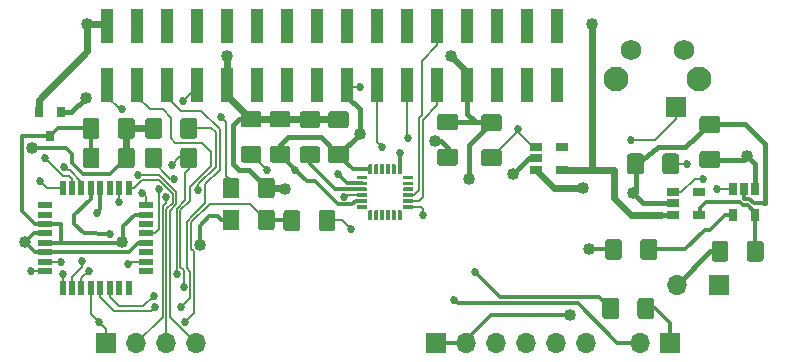
<source format=gbr>
G04 #@! TF.GenerationSoftware,KiCad,Pcbnew,(5.0.1)-4*
G04 #@! TF.CreationDate,2019-07-27T10:37:25+01:00*
G04 #@! TF.ProjectId,Bell-Boy,42656C6C2D426F792E6B696361645F70,rev?*
G04 #@! TF.SameCoordinates,Original*
G04 #@! TF.FileFunction,Copper,L2,Bot,Signal*
G04 #@! TF.FilePolarity,Positive*
%FSLAX46Y46*%
G04 Gerber Fmt 4.6, Leading zero omitted, Abs format (unit mm)*
G04 Created by KiCad (PCBNEW (5.0.1)-4) date 27/07/2019 10:37:25*
%MOMM*%
%LPD*%
G01*
G04 APERTURE LIST*
G04 #@! TA.AperFunction,Conductor*
%ADD10C,0.100000*%
G04 #@! TD*
G04 #@! TA.AperFunction,SMDPad,CuDef*
%ADD11C,1.425000*%
G04 #@! TD*
G04 #@! TA.AperFunction,SMDPad,CuDef*
%ADD12R,1.000000X3.000000*%
G04 #@! TD*
G04 #@! TA.AperFunction,SMDPad,CuDef*
%ADD13R,1.060000X0.650000*%
G04 #@! TD*
G04 #@! TA.AperFunction,SMDPad,CuDef*
%ADD14R,0.800000X0.900000*%
G04 #@! TD*
G04 #@! TA.AperFunction,SMDPad,CuDef*
%ADD15R,0.650000X1.060000*%
G04 #@! TD*
G04 #@! TA.AperFunction,ComponentPad*
%ADD16R,1.700000X1.700000*%
G04 #@! TD*
G04 #@! TA.AperFunction,ComponentPad*
%ADD17O,1.700000X1.700000*%
G04 #@! TD*
G04 #@! TA.AperFunction,ComponentPad*
%ADD18C,2.100000*%
G04 #@! TD*
G04 #@! TA.AperFunction,ComponentPad*
%ADD19C,1.750000*%
G04 #@! TD*
G04 #@! TA.AperFunction,SMDPad,CuDef*
%ADD20R,1.200000X0.600000*%
G04 #@! TD*
G04 #@! TA.AperFunction,SMDPad,CuDef*
%ADD21R,0.600000X1.200000*%
G04 #@! TD*
G04 #@! TA.AperFunction,SMDPad,CuDef*
%ADD22C,0.300000*%
G04 #@! TD*
G04 #@! TA.AperFunction,ViaPad*
%ADD23C,0.685800*%
G04 #@! TD*
G04 #@! TA.AperFunction,ViaPad*
%ADD24C,1.016000*%
G04 #@! TD*
G04 #@! TA.AperFunction,Conductor*
%ADD25C,0.152400*%
G04 #@! TD*
G04 #@! TA.AperFunction,Conductor*
%ADD26C,0.457200*%
G04 #@! TD*
G04 #@! TA.AperFunction,Conductor*
%ADD27C,0.609600*%
G04 #@! TD*
G04 #@! TA.AperFunction,Conductor*
%ADD28C,0.304800*%
G04 #@! TD*
G04 APERTURE END LIST*
D10*
G04 #@! TO.N,GND*
G04 #@! TO.C,C7*
G36*
X78099504Y-58401204D02*
X78123773Y-58404804D01*
X78147571Y-58410765D01*
X78170671Y-58419030D01*
X78192849Y-58429520D01*
X78213893Y-58442133D01*
X78233598Y-58456747D01*
X78251777Y-58473223D01*
X78268253Y-58491402D01*
X78282867Y-58511107D01*
X78295480Y-58532151D01*
X78305970Y-58554329D01*
X78314235Y-58577429D01*
X78320196Y-58601227D01*
X78323796Y-58625496D01*
X78325000Y-58650000D01*
X78325000Y-59575000D01*
X78323796Y-59599504D01*
X78320196Y-59623773D01*
X78314235Y-59647571D01*
X78305970Y-59670671D01*
X78295480Y-59692849D01*
X78282867Y-59713893D01*
X78268253Y-59733598D01*
X78251777Y-59751777D01*
X78233598Y-59768253D01*
X78213893Y-59782867D01*
X78192849Y-59795480D01*
X78170671Y-59805970D01*
X78147571Y-59814235D01*
X78123773Y-59820196D01*
X78099504Y-59823796D01*
X78075000Y-59825000D01*
X76825000Y-59825000D01*
X76800496Y-59823796D01*
X76776227Y-59820196D01*
X76752429Y-59814235D01*
X76729329Y-59805970D01*
X76707151Y-59795480D01*
X76686107Y-59782867D01*
X76666402Y-59768253D01*
X76648223Y-59751777D01*
X76631747Y-59733598D01*
X76617133Y-59713893D01*
X76604520Y-59692849D01*
X76594030Y-59670671D01*
X76585765Y-59647571D01*
X76579804Y-59623773D01*
X76576204Y-59599504D01*
X76575000Y-59575000D01*
X76575000Y-58650000D01*
X76576204Y-58625496D01*
X76579804Y-58601227D01*
X76585765Y-58577429D01*
X76594030Y-58554329D01*
X76604520Y-58532151D01*
X76617133Y-58511107D01*
X76631747Y-58491402D01*
X76648223Y-58473223D01*
X76666402Y-58456747D01*
X76686107Y-58442133D01*
X76707151Y-58429520D01*
X76729329Y-58419030D01*
X76752429Y-58410765D01*
X76776227Y-58404804D01*
X76800496Y-58401204D01*
X76825000Y-58400000D01*
X78075000Y-58400000D01*
X78099504Y-58401204D01*
X78099504Y-58401204D01*
G37*
D11*
G04 #@! TD*
G04 #@! TO.P,C7,2*
G04 #@! TO.N,GND*
X77450000Y-59112500D03*
D10*
G04 #@! TO.N,+3V3*
G04 #@! TO.C,C7*
G36*
X78099504Y-61376204D02*
X78123773Y-61379804D01*
X78147571Y-61385765D01*
X78170671Y-61394030D01*
X78192849Y-61404520D01*
X78213893Y-61417133D01*
X78233598Y-61431747D01*
X78251777Y-61448223D01*
X78268253Y-61466402D01*
X78282867Y-61486107D01*
X78295480Y-61507151D01*
X78305970Y-61529329D01*
X78314235Y-61552429D01*
X78320196Y-61576227D01*
X78323796Y-61600496D01*
X78325000Y-61625000D01*
X78325000Y-62550000D01*
X78323796Y-62574504D01*
X78320196Y-62598773D01*
X78314235Y-62622571D01*
X78305970Y-62645671D01*
X78295480Y-62667849D01*
X78282867Y-62688893D01*
X78268253Y-62708598D01*
X78251777Y-62726777D01*
X78233598Y-62743253D01*
X78213893Y-62757867D01*
X78192849Y-62770480D01*
X78170671Y-62780970D01*
X78147571Y-62789235D01*
X78123773Y-62795196D01*
X78099504Y-62798796D01*
X78075000Y-62800000D01*
X76825000Y-62800000D01*
X76800496Y-62798796D01*
X76776227Y-62795196D01*
X76752429Y-62789235D01*
X76729329Y-62780970D01*
X76707151Y-62770480D01*
X76686107Y-62757867D01*
X76666402Y-62743253D01*
X76648223Y-62726777D01*
X76631747Y-62708598D01*
X76617133Y-62688893D01*
X76604520Y-62667849D01*
X76594030Y-62645671D01*
X76585765Y-62622571D01*
X76579804Y-62598773D01*
X76576204Y-62574504D01*
X76575000Y-62550000D01*
X76575000Y-61625000D01*
X76576204Y-61600496D01*
X76579804Y-61576227D01*
X76585765Y-61552429D01*
X76594030Y-61529329D01*
X76604520Y-61507151D01*
X76617133Y-61486107D01*
X76631747Y-61466402D01*
X76648223Y-61448223D01*
X76666402Y-61431747D01*
X76686107Y-61417133D01*
X76707151Y-61404520D01*
X76729329Y-61394030D01*
X76752429Y-61385765D01*
X76776227Y-61379804D01*
X76800496Y-61376204D01*
X76825000Y-61375000D01*
X78075000Y-61375000D01*
X78099504Y-61376204D01*
X78099504Y-61376204D01*
G37*
D11*
G04 #@! TD*
G04 #@! TO.P,C7,1*
G04 #@! TO.N,+3V3*
X77450000Y-62087500D03*
D12*
G04 #@! TO.P,J4,1*
G04 #@! TO.N,+3V3*
X57900000Y-56220000D03*
G04 #@! TO.P,J4,2*
G04 #@! TO.N,+5V*
X57900000Y-51180000D03*
G04 #@! TO.P,J4,3*
G04 #@! TO.N,Net-(J4-Pad3)*
X60440000Y-56220000D03*
G04 #@! TO.P,J4,4*
G04 #@! TO.N,N/C*
X60440000Y-51180000D03*
G04 #@! TO.P,J4,5*
G04 #@! TO.N,Net-(J4-Pad5)*
X62980000Y-56220000D03*
G04 #@! TO.P,J4,6*
G04 #@! TO.N,N/C*
X62980000Y-51180000D03*
G04 #@! TO.P,J4,7*
G04 #@! TO.N,Net-(J4-Pad7)*
X65520000Y-56220000D03*
G04 #@! TO.P,J4,8*
G04 #@! TO.N,N/C*
X65520000Y-51180000D03*
G04 #@! TO.P,J4,9*
G04 #@! TO.N,GND*
X68060000Y-56220000D03*
G04 #@! TO.P,J4,10*
G04 #@! TO.N,N/C*
X68060000Y-51180000D03*
G04 #@! TO.P,J4,11*
X70600000Y-56220000D03*
G04 #@! TO.P,J4,12*
X70600000Y-51180000D03*
G04 #@! TO.P,J4,13*
X73140000Y-56220000D03*
G04 #@! TO.P,J4,14*
X73140000Y-51180000D03*
G04 #@! TO.P,J4,15*
X75680000Y-56220000D03*
G04 #@! TO.P,J4,16*
X75680000Y-51180000D03*
G04 #@! TO.P,J4,17*
G04 #@! TO.N,+3V3*
X78220000Y-56220000D03*
G04 #@! TO.P,J4,18*
G04 #@! TO.N,N/C*
X78220000Y-51180000D03*
G04 #@! TO.P,J4,19*
G04 #@! TO.N,Net-(J4-Pad19)*
X80760000Y-56220000D03*
G04 #@! TO.P,J4,20*
G04 #@! TO.N,N/C*
X80760000Y-51180000D03*
G04 #@! TO.P,J4,21*
G04 #@! TO.N,Net-(J4-Pad21)*
X83300000Y-56220000D03*
G04 #@! TO.P,J4,22*
G04 #@! TO.N,N/C*
X83300000Y-51180000D03*
G04 #@! TO.P,J4,23*
G04 #@! TO.N,Net-(J4-Pad23)*
X85840000Y-56220000D03*
G04 #@! TO.P,J4,24*
G04 #@! TO.N,Net-(J4-Pad24)*
X85840000Y-51180000D03*
G04 #@! TO.P,J4,25*
G04 #@! TO.N,GND*
X88380000Y-56220000D03*
G04 #@! TO.P,J4,26*
G04 #@! TO.N,N/C*
X88380000Y-51180000D03*
G04 #@! TO.P,J4,27*
X90920000Y-56220000D03*
G04 #@! TO.P,J4,28*
X90920000Y-51180000D03*
G04 #@! TO.P,J4,29*
X93460000Y-56220000D03*
G04 #@! TO.P,J4,30*
X93460000Y-51180000D03*
G04 #@! TO.P,J4,31*
X96000000Y-56220000D03*
G04 #@! TO.P,J4,32*
X96000000Y-51180000D03*
G04 #@! TD*
D13*
G04 #@! TO.P,U4,5*
G04 #@! TO.N,Net-(C6-Pad1)*
X108000000Y-67150000D03*
G04 #@! TO.P,U4,4*
G04 #@! TO.N,N/C*
X108000000Y-65250000D03*
G04 #@! TO.P,U4,3*
G04 #@! TO.N,Net-(R6-Pad1)*
X105800000Y-65250000D03*
G04 #@! TO.P,U4,2*
G04 #@! TO.N,GND*
X105800000Y-66200000D03*
G04 #@! TO.P,U4,1*
G04 #@! TO.N,+5V*
X105800000Y-67150000D03*
G04 #@! TD*
D14*
G04 #@! TO.P,D1,1*
G04 #@! TO.N,+5V*
X52100000Y-58500000D03*
G04 #@! TO.P,D1,2*
G04 #@! TO.N,+VSW*
X54000000Y-58500000D03*
G04 #@! TO.P,D1,3*
G04 #@! TO.N,VDDA*
X53050000Y-60500000D03*
G04 #@! TD*
D15*
G04 #@! TO.P,U3,1*
G04 #@! TO.N,Net-(U1-Pad11)*
X110850000Y-64950000D03*
G04 #@! TO.P,U3,2*
G04 #@! TO.N,GND*
X111800000Y-64950000D03*
G04 #@! TO.P,U3,3*
G04 #@! TO.N,+BATT*
X112750000Y-64950000D03*
G04 #@! TO.P,U3,4*
G04 #@! TO.N,Net-(C6-Pad1)*
X112750000Y-67150000D03*
G04 #@! TO.P,U3,5*
G04 #@! TO.N,Net-(R3-Pad1)*
X110850000Y-67150000D03*
G04 #@! TD*
D10*
G04 #@! TO.N,Net-(C1-Pad1)*
G04 #@! TO.C,C1*
G36*
X73999504Y-66776204D02*
X74023773Y-66779804D01*
X74047571Y-66785765D01*
X74070671Y-66794030D01*
X74092849Y-66804520D01*
X74113893Y-66817133D01*
X74133598Y-66831747D01*
X74151777Y-66848223D01*
X74168253Y-66866402D01*
X74182867Y-66886107D01*
X74195480Y-66907151D01*
X74205970Y-66929329D01*
X74214235Y-66952429D01*
X74220196Y-66976227D01*
X74223796Y-67000496D01*
X74225000Y-67025000D01*
X74225000Y-68275000D01*
X74223796Y-68299504D01*
X74220196Y-68323773D01*
X74214235Y-68347571D01*
X74205970Y-68370671D01*
X74195480Y-68392849D01*
X74182867Y-68413893D01*
X74168253Y-68433598D01*
X74151777Y-68451777D01*
X74133598Y-68468253D01*
X74113893Y-68482867D01*
X74092849Y-68495480D01*
X74070671Y-68505970D01*
X74047571Y-68514235D01*
X74023773Y-68520196D01*
X73999504Y-68523796D01*
X73975000Y-68525000D01*
X73050000Y-68525000D01*
X73025496Y-68523796D01*
X73001227Y-68520196D01*
X72977429Y-68514235D01*
X72954329Y-68505970D01*
X72932151Y-68495480D01*
X72911107Y-68482867D01*
X72891402Y-68468253D01*
X72873223Y-68451777D01*
X72856747Y-68433598D01*
X72842133Y-68413893D01*
X72829520Y-68392849D01*
X72819030Y-68370671D01*
X72810765Y-68347571D01*
X72804804Y-68323773D01*
X72801204Y-68299504D01*
X72800000Y-68275000D01*
X72800000Y-67025000D01*
X72801204Y-67000496D01*
X72804804Y-66976227D01*
X72810765Y-66952429D01*
X72819030Y-66929329D01*
X72829520Y-66907151D01*
X72842133Y-66886107D01*
X72856747Y-66866402D01*
X72873223Y-66848223D01*
X72891402Y-66831747D01*
X72911107Y-66817133D01*
X72932151Y-66804520D01*
X72954329Y-66794030D01*
X72977429Y-66785765D01*
X73001227Y-66779804D01*
X73025496Y-66776204D01*
X73050000Y-66775000D01*
X73975000Y-66775000D01*
X73999504Y-66776204D01*
X73999504Y-66776204D01*
G37*
D11*
G04 #@! TD*
G04 #@! TO.P,C1,1*
G04 #@! TO.N,Net-(C1-Pad1)*
X73512500Y-67650000D03*
D10*
G04 #@! TO.N,Net-(C1-Pad2)*
G04 #@! TO.C,C1*
G36*
X76974504Y-66776204D02*
X76998773Y-66779804D01*
X77022571Y-66785765D01*
X77045671Y-66794030D01*
X77067849Y-66804520D01*
X77088893Y-66817133D01*
X77108598Y-66831747D01*
X77126777Y-66848223D01*
X77143253Y-66866402D01*
X77157867Y-66886107D01*
X77170480Y-66907151D01*
X77180970Y-66929329D01*
X77189235Y-66952429D01*
X77195196Y-66976227D01*
X77198796Y-67000496D01*
X77200000Y-67025000D01*
X77200000Y-68275000D01*
X77198796Y-68299504D01*
X77195196Y-68323773D01*
X77189235Y-68347571D01*
X77180970Y-68370671D01*
X77170480Y-68392849D01*
X77157867Y-68413893D01*
X77143253Y-68433598D01*
X77126777Y-68451777D01*
X77108598Y-68468253D01*
X77088893Y-68482867D01*
X77067849Y-68495480D01*
X77045671Y-68505970D01*
X77022571Y-68514235D01*
X76998773Y-68520196D01*
X76974504Y-68523796D01*
X76950000Y-68525000D01*
X76025000Y-68525000D01*
X76000496Y-68523796D01*
X75976227Y-68520196D01*
X75952429Y-68514235D01*
X75929329Y-68505970D01*
X75907151Y-68495480D01*
X75886107Y-68482867D01*
X75866402Y-68468253D01*
X75848223Y-68451777D01*
X75831747Y-68433598D01*
X75817133Y-68413893D01*
X75804520Y-68392849D01*
X75794030Y-68370671D01*
X75785765Y-68347571D01*
X75779804Y-68323773D01*
X75776204Y-68299504D01*
X75775000Y-68275000D01*
X75775000Y-67025000D01*
X75776204Y-67000496D01*
X75779804Y-66976227D01*
X75785765Y-66952429D01*
X75794030Y-66929329D01*
X75804520Y-66907151D01*
X75817133Y-66886107D01*
X75831747Y-66866402D01*
X75848223Y-66848223D01*
X75866402Y-66831747D01*
X75886107Y-66817133D01*
X75907151Y-66804520D01*
X75929329Y-66794030D01*
X75952429Y-66785765D01*
X75976227Y-66779804D01*
X76000496Y-66776204D01*
X76025000Y-66775000D01*
X76950000Y-66775000D01*
X76974504Y-66776204D01*
X76974504Y-66776204D01*
G37*
D11*
G04 #@! TD*
G04 #@! TO.P,C1,2*
G04 #@! TO.N,Net-(C1-Pad2)*
X76487500Y-67650000D03*
D16*
G04 #@! TO.P,LED1,1*
G04 #@! TO.N,Net-(LED1-Pad1)*
X105550000Y-78000000D03*
D17*
G04 #@! TO.P,LED1,2*
G04 #@! TO.N,Net-(LED1-Pad2)*
X103010000Y-78000000D03*
G04 #@! TD*
D10*
G04 #@! TO.N,Net-(LED1-Pad1)*
G04 #@! TO.C,R1*
G36*
X103974504Y-74226204D02*
X103998773Y-74229804D01*
X104022571Y-74235765D01*
X104045671Y-74244030D01*
X104067849Y-74254520D01*
X104088893Y-74267133D01*
X104108598Y-74281747D01*
X104126777Y-74298223D01*
X104143253Y-74316402D01*
X104157867Y-74336107D01*
X104170480Y-74357151D01*
X104180970Y-74379329D01*
X104189235Y-74402429D01*
X104195196Y-74426227D01*
X104198796Y-74450496D01*
X104200000Y-74475000D01*
X104200000Y-75725000D01*
X104198796Y-75749504D01*
X104195196Y-75773773D01*
X104189235Y-75797571D01*
X104180970Y-75820671D01*
X104170480Y-75842849D01*
X104157867Y-75863893D01*
X104143253Y-75883598D01*
X104126777Y-75901777D01*
X104108598Y-75918253D01*
X104088893Y-75932867D01*
X104067849Y-75945480D01*
X104045671Y-75955970D01*
X104022571Y-75964235D01*
X103998773Y-75970196D01*
X103974504Y-75973796D01*
X103950000Y-75975000D01*
X103025000Y-75975000D01*
X103000496Y-75973796D01*
X102976227Y-75970196D01*
X102952429Y-75964235D01*
X102929329Y-75955970D01*
X102907151Y-75945480D01*
X102886107Y-75932867D01*
X102866402Y-75918253D01*
X102848223Y-75901777D01*
X102831747Y-75883598D01*
X102817133Y-75863893D01*
X102804520Y-75842849D01*
X102794030Y-75820671D01*
X102785765Y-75797571D01*
X102779804Y-75773773D01*
X102776204Y-75749504D01*
X102775000Y-75725000D01*
X102775000Y-74475000D01*
X102776204Y-74450496D01*
X102779804Y-74426227D01*
X102785765Y-74402429D01*
X102794030Y-74379329D01*
X102804520Y-74357151D01*
X102817133Y-74336107D01*
X102831747Y-74316402D01*
X102848223Y-74298223D01*
X102866402Y-74281747D01*
X102886107Y-74267133D01*
X102907151Y-74254520D01*
X102929329Y-74244030D01*
X102952429Y-74235765D01*
X102976227Y-74229804D01*
X103000496Y-74226204D01*
X103025000Y-74225000D01*
X103950000Y-74225000D01*
X103974504Y-74226204D01*
X103974504Y-74226204D01*
G37*
D11*
G04 #@! TD*
G04 #@! TO.P,R1,1*
G04 #@! TO.N,Net-(LED1-Pad1)*
X103487500Y-75100000D03*
D10*
G04 #@! TO.N,Net-(R1-Pad2)*
G04 #@! TO.C,R1*
G36*
X100999504Y-74226204D02*
X101023773Y-74229804D01*
X101047571Y-74235765D01*
X101070671Y-74244030D01*
X101092849Y-74254520D01*
X101113893Y-74267133D01*
X101133598Y-74281747D01*
X101151777Y-74298223D01*
X101168253Y-74316402D01*
X101182867Y-74336107D01*
X101195480Y-74357151D01*
X101205970Y-74379329D01*
X101214235Y-74402429D01*
X101220196Y-74426227D01*
X101223796Y-74450496D01*
X101225000Y-74475000D01*
X101225000Y-75725000D01*
X101223796Y-75749504D01*
X101220196Y-75773773D01*
X101214235Y-75797571D01*
X101205970Y-75820671D01*
X101195480Y-75842849D01*
X101182867Y-75863893D01*
X101168253Y-75883598D01*
X101151777Y-75901777D01*
X101133598Y-75918253D01*
X101113893Y-75932867D01*
X101092849Y-75945480D01*
X101070671Y-75955970D01*
X101047571Y-75964235D01*
X101023773Y-75970196D01*
X100999504Y-75973796D01*
X100975000Y-75975000D01*
X100050000Y-75975000D01*
X100025496Y-75973796D01*
X100001227Y-75970196D01*
X99977429Y-75964235D01*
X99954329Y-75955970D01*
X99932151Y-75945480D01*
X99911107Y-75932867D01*
X99891402Y-75918253D01*
X99873223Y-75901777D01*
X99856747Y-75883598D01*
X99842133Y-75863893D01*
X99829520Y-75842849D01*
X99819030Y-75820671D01*
X99810765Y-75797571D01*
X99804804Y-75773773D01*
X99801204Y-75749504D01*
X99800000Y-75725000D01*
X99800000Y-74475000D01*
X99801204Y-74450496D01*
X99804804Y-74426227D01*
X99810765Y-74402429D01*
X99819030Y-74379329D01*
X99829520Y-74357151D01*
X99842133Y-74336107D01*
X99856747Y-74316402D01*
X99873223Y-74298223D01*
X99891402Y-74281747D01*
X99911107Y-74267133D01*
X99932151Y-74254520D01*
X99954329Y-74244030D01*
X99977429Y-74235765D01*
X100001227Y-74229804D01*
X100025496Y-74226204D01*
X100050000Y-74225000D01*
X100975000Y-74225000D01*
X100999504Y-74226204D01*
X100999504Y-74226204D01*
G37*
D11*
G04 #@! TD*
G04 #@! TO.P,R1,2*
G04 #@! TO.N,Net-(R1-Pad2)*
X100512500Y-75100000D03*
D10*
G04 #@! TO.N,GND*
G04 #@! TO.C,R2*
G36*
X91049504Y-58651204D02*
X91073773Y-58654804D01*
X91097571Y-58660765D01*
X91120671Y-58669030D01*
X91142849Y-58679520D01*
X91163893Y-58692133D01*
X91183598Y-58706747D01*
X91201777Y-58723223D01*
X91218253Y-58741402D01*
X91232867Y-58761107D01*
X91245480Y-58782151D01*
X91255970Y-58804329D01*
X91264235Y-58827429D01*
X91270196Y-58851227D01*
X91273796Y-58875496D01*
X91275000Y-58900000D01*
X91275000Y-59825000D01*
X91273796Y-59849504D01*
X91270196Y-59873773D01*
X91264235Y-59897571D01*
X91255970Y-59920671D01*
X91245480Y-59942849D01*
X91232867Y-59963893D01*
X91218253Y-59983598D01*
X91201777Y-60001777D01*
X91183598Y-60018253D01*
X91163893Y-60032867D01*
X91142849Y-60045480D01*
X91120671Y-60055970D01*
X91097571Y-60064235D01*
X91073773Y-60070196D01*
X91049504Y-60073796D01*
X91025000Y-60075000D01*
X89775000Y-60075000D01*
X89750496Y-60073796D01*
X89726227Y-60070196D01*
X89702429Y-60064235D01*
X89679329Y-60055970D01*
X89657151Y-60045480D01*
X89636107Y-60032867D01*
X89616402Y-60018253D01*
X89598223Y-60001777D01*
X89581747Y-59983598D01*
X89567133Y-59963893D01*
X89554520Y-59942849D01*
X89544030Y-59920671D01*
X89535765Y-59897571D01*
X89529804Y-59873773D01*
X89526204Y-59849504D01*
X89525000Y-59825000D01*
X89525000Y-58900000D01*
X89526204Y-58875496D01*
X89529804Y-58851227D01*
X89535765Y-58827429D01*
X89544030Y-58804329D01*
X89554520Y-58782151D01*
X89567133Y-58761107D01*
X89581747Y-58741402D01*
X89598223Y-58723223D01*
X89616402Y-58706747D01*
X89636107Y-58692133D01*
X89657151Y-58679520D01*
X89679329Y-58669030D01*
X89702429Y-58660765D01*
X89726227Y-58654804D01*
X89750496Y-58651204D01*
X89775000Y-58650000D01*
X91025000Y-58650000D01*
X91049504Y-58651204D01*
X91049504Y-58651204D01*
G37*
D11*
G04 #@! TD*
G04 #@! TO.P,R2,2*
G04 #@! TO.N,GND*
X90400000Y-59362500D03*
D10*
G04 #@! TO.N,Net-(R2-Pad1)*
G04 #@! TO.C,R2*
G36*
X91049504Y-61626204D02*
X91073773Y-61629804D01*
X91097571Y-61635765D01*
X91120671Y-61644030D01*
X91142849Y-61654520D01*
X91163893Y-61667133D01*
X91183598Y-61681747D01*
X91201777Y-61698223D01*
X91218253Y-61716402D01*
X91232867Y-61736107D01*
X91245480Y-61757151D01*
X91255970Y-61779329D01*
X91264235Y-61802429D01*
X91270196Y-61826227D01*
X91273796Y-61850496D01*
X91275000Y-61875000D01*
X91275000Y-62800000D01*
X91273796Y-62824504D01*
X91270196Y-62848773D01*
X91264235Y-62872571D01*
X91255970Y-62895671D01*
X91245480Y-62917849D01*
X91232867Y-62938893D01*
X91218253Y-62958598D01*
X91201777Y-62976777D01*
X91183598Y-62993253D01*
X91163893Y-63007867D01*
X91142849Y-63020480D01*
X91120671Y-63030970D01*
X91097571Y-63039235D01*
X91073773Y-63045196D01*
X91049504Y-63048796D01*
X91025000Y-63050000D01*
X89775000Y-63050000D01*
X89750496Y-63048796D01*
X89726227Y-63045196D01*
X89702429Y-63039235D01*
X89679329Y-63030970D01*
X89657151Y-63020480D01*
X89636107Y-63007867D01*
X89616402Y-62993253D01*
X89598223Y-62976777D01*
X89581747Y-62958598D01*
X89567133Y-62938893D01*
X89554520Y-62917849D01*
X89544030Y-62895671D01*
X89535765Y-62872571D01*
X89529804Y-62848773D01*
X89526204Y-62824504D01*
X89525000Y-62800000D01*
X89525000Y-61875000D01*
X89526204Y-61850496D01*
X89529804Y-61826227D01*
X89535765Y-61802429D01*
X89544030Y-61779329D01*
X89554520Y-61757151D01*
X89567133Y-61736107D01*
X89581747Y-61716402D01*
X89598223Y-61698223D01*
X89616402Y-61681747D01*
X89636107Y-61667133D01*
X89657151Y-61654520D01*
X89679329Y-61644030D01*
X89702429Y-61635765D01*
X89726227Y-61629804D01*
X89750496Y-61626204D01*
X89775000Y-61625000D01*
X91025000Y-61625000D01*
X91049504Y-61626204D01*
X91049504Y-61626204D01*
G37*
D11*
G04 #@! TD*
G04 #@! TO.P,R2,1*
G04 #@! TO.N,Net-(R2-Pad1)*
X90400000Y-62337500D03*
D10*
G04 #@! TO.N,Net-(C2-Pad1)*
G04 #@! TO.C,C2*
G36*
X65274504Y-58976204D02*
X65298773Y-58979804D01*
X65322571Y-58985765D01*
X65345671Y-58994030D01*
X65367849Y-59004520D01*
X65388893Y-59017133D01*
X65408598Y-59031747D01*
X65426777Y-59048223D01*
X65443253Y-59066402D01*
X65457867Y-59086107D01*
X65470480Y-59107151D01*
X65480970Y-59129329D01*
X65489235Y-59152429D01*
X65495196Y-59176227D01*
X65498796Y-59200496D01*
X65500000Y-59225000D01*
X65500000Y-60475000D01*
X65498796Y-60499504D01*
X65495196Y-60523773D01*
X65489235Y-60547571D01*
X65480970Y-60570671D01*
X65470480Y-60592849D01*
X65457867Y-60613893D01*
X65443253Y-60633598D01*
X65426777Y-60651777D01*
X65408598Y-60668253D01*
X65388893Y-60682867D01*
X65367849Y-60695480D01*
X65345671Y-60705970D01*
X65322571Y-60714235D01*
X65298773Y-60720196D01*
X65274504Y-60723796D01*
X65250000Y-60725000D01*
X64325000Y-60725000D01*
X64300496Y-60723796D01*
X64276227Y-60720196D01*
X64252429Y-60714235D01*
X64229329Y-60705970D01*
X64207151Y-60695480D01*
X64186107Y-60682867D01*
X64166402Y-60668253D01*
X64148223Y-60651777D01*
X64131747Y-60633598D01*
X64117133Y-60613893D01*
X64104520Y-60592849D01*
X64094030Y-60570671D01*
X64085765Y-60547571D01*
X64079804Y-60523773D01*
X64076204Y-60499504D01*
X64075000Y-60475000D01*
X64075000Y-59225000D01*
X64076204Y-59200496D01*
X64079804Y-59176227D01*
X64085765Y-59152429D01*
X64094030Y-59129329D01*
X64104520Y-59107151D01*
X64117133Y-59086107D01*
X64131747Y-59066402D01*
X64148223Y-59048223D01*
X64166402Y-59031747D01*
X64186107Y-59017133D01*
X64207151Y-59004520D01*
X64229329Y-58994030D01*
X64252429Y-58985765D01*
X64276227Y-58979804D01*
X64300496Y-58976204D01*
X64325000Y-58975000D01*
X65250000Y-58975000D01*
X65274504Y-58976204D01*
X65274504Y-58976204D01*
G37*
D11*
G04 #@! TD*
G04 #@! TO.P,C2,1*
G04 #@! TO.N,Net-(C2-Pad1)*
X64787500Y-59850000D03*
D10*
G04 #@! TO.N,GND*
G04 #@! TO.C,C2*
G36*
X62299504Y-58976204D02*
X62323773Y-58979804D01*
X62347571Y-58985765D01*
X62370671Y-58994030D01*
X62392849Y-59004520D01*
X62413893Y-59017133D01*
X62433598Y-59031747D01*
X62451777Y-59048223D01*
X62468253Y-59066402D01*
X62482867Y-59086107D01*
X62495480Y-59107151D01*
X62505970Y-59129329D01*
X62514235Y-59152429D01*
X62520196Y-59176227D01*
X62523796Y-59200496D01*
X62525000Y-59225000D01*
X62525000Y-60475000D01*
X62523796Y-60499504D01*
X62520196Y-60523773D01*
X62514235Y-60547571D01*
X62505970Y-60570671D01*
X62495480Y-60592849D01*
X62482867Y-60613893D01*
X62468253Y-60633598D01*
X62451777Y-60651777D01*
X62433598Y-60668253D01*
X62413893Y-60682867D01*
X62392849Y-60695480D01*
X62370671Y-60705970D01*
X62347571Y-60714235D01*
X62323773Y-60720196D01*
X62299504Y-60723796D01*
X62275000Y-60725000D01*
X61350000Y-60725000D01*
X61325496Y-60723796D01*
X61301227Y-60720196D01*
X61277429Y-60714235D01*
X61254329Y-60705970D01*
X61232151Y-60695480D01*
X61211107Y-60682867D01*
X61191402Y-60668253D01*
X61173223Y-60651777D01*
X61156747Y-60633598D01*
X61142133Y-60613893D01*
X61129520Y-60592849D01*
X61119030Y-60570671D01*
X61110765Y-60547571D01*
X61104804Y-60523773D01*
X61101204Y-60499504D01*
X61100000Y-60475000D01*
X61100000Y-59225000D01*
X61101204Y-59200496D01*
X61104804Y-59176227D01*
X61110765Y-59152429D01*
X61119030Y-59129329D01*
X61129520Y-59107151D01*
X61142133Y-59086107D01*
X61156747Y-59066402D01*
X61173223Y-59048223D01*
X61191402Y-59031747D01*
X61211107Y-59017133D01*
X61232151Y-59004520D01*
X61254329Y-58994030D01*
X61277429Y-58985765D01*
X61301227Y-58979804D01*
X61325496Y-58976204D01*
X61350000Y-58975000D01*
X62275000Y-58975000D01*
X62299504Y-58976204D01*
X62299504Y-58976204D01*
G37*
D11*
G04 #@! TD*
G04 #@! TO.P,C2,2*
G04 #@! TO.N,GND*
X61812500Y-59850000D03*
D10*
G04 #@! TO.N,VDDA*
G04 #@! TO.C,C3*
G36*
X56999504Y-58976204D02*
X57023773Y-58979804D01*
X57047571Y-58985765D01*
X57070671Y-58994030D01*
X57092849Y-59004520D01*
X57113893Y-59017133D01*
X57133598Y-59031747D01*
X57151777Y-59048223D01*
X57168253Y-59066402D01*
X57182867Y-59086107D01*
X57195480Y-59107151D01*
X57205970Y-59129329D01*
X57214235Y-59152429D01*
X57220196Y-59176227D01*
X57223796Y-59200496D01*
X57225000Y-59225000D01*
X57225000Y-60475000D01*
X57223796Y-60499504D01*
X57220196Y-60523773D01*
X57214235Y-60547571D01*
X57205970Y-60570671D01*
X57195480Y-60592849D01*
X57182867Y-60613893D01*
X57168253Y-60633598D01*
X57151777Y-60651777D01*
X57133598Y-60668253D01*
X57113893Y-60682867D01*
X57092849Y-60695480D01*
X57070671Y-60705970D01*
X57047571Y-60714235D01*
X57023773Y-60720196D01*
X56999504Y-60723796D01*
X56975000Y-60725000D01*
X56050000Y-60725000D01*
X56025496Y-60723796D01*
X56001227Y-60720196D01*
X55977429Y-60714235D01*
X55954329Y-60705970D01*
X55932151Y-60695480D01*
X55911107Y-60682867D01*
X55891402Y-60668253D01*
X55873223Y-60651777D01*
X55856747Y-60633598D01*
X55842133Y-60613893D01*
X55829520Y-60592849D01*
X55819030Y-60570671D01*
X55810765Y-60547571D01*
X55804804Y-60523773D01*
X55801204Y-60499504D01*
X55800000Y-60475000D01*
X55800000Y-59225000D01*
X55801204Y-59200496D01*
X55804804Y-59176227D01*
X55810765Y-59152429D01*
X55819030Y-59129329D01*
X55829520Y-59107151D01*
X55842133Y-59086107D01*
X55856747Y-59066402D01*
X55873223Y-59048223D01*
X55891402Y-59031747D01*
X55911107Y-59017133D01*
X55932151Y-59004520D01*
X55954329Y-58994030D01*
X55977429Y-58985765D01*
X56001227Y-58979804D01*
X56025496Y-58976204D01*
X56050000Y-58975000D01*
X56975000Y-58975000D01*
X56999504Y-58976204D01*
X56999504Y-58976204D01*
G37*
D11*
G04 #@! TD*
G04 #@! TO.P,C3,1*
G04 #@! TO.N,VDDA*
X56512500Y-59850000D03*
D10*
G04 #@! TO.N,GND*
G04 #@! TO.C,C3*
G36*
X59974504Y-58976204D02*
X59998773Y-58979804D01*
X60022571Y-58985765D01*
X60045671Y-58994030D01*
X60067849Y-59004520D01*
X60088893Y-59017133D01*
X60108598Y-59031747D01*
X60126777Y-59048223D01*
X60143253Y-59066402D01*
X60157867Y-59086107D01*
X60170480Y-59107151D01*
X60180970Y-59129329D01*
X60189235Y-59152429D01*
X60195196Y-59176227D01*
X60198796Y-59200496D01*
X60200000Y-59225000D01*
X60200000Y-60475000D01*
X60198796Y-60499504D01*
X60195196Y-60523773D01*
X60189235Y-60547571D01*
X60180970Y-60570671D01*
X60170480Y-60592849D01*
X60157867Y-60613893D01*
X60143253Y-60633598D01*
X60126777Y-60651777D01*
X60108598Y-60668253D01*
X60088893Y-60682867D01*
X60067849Y-60695480D01*
X60045671Y-60705970D01*
X60022571Y-60714235D01*
X59998773Y-60720196D01*
X59974504Y-60723796D01*
X59950000Y-60725000D01*
X59025000Y-60725000D01*
X59000496Y-60723796D01*
X58976227Y-60720196D01*
X58952429Y-60714235D01*
X58929329Y-60705970D01*
X58907151Y-60695480D01*
X58886107Y-60682867D01*
X58866402Y-60668253D01*
X58848223Y-60651777D01*
X58831747Y-60633598D01*
X58817133Y-60613893D01*
X58804520Y-60592849D01*
X58794030Y-60570671D01*
X58785765Y-60547571D01*
X58779804Y-60523773D01*
X58776204Y-60499504D01*
X58775000Y-60475000D01*
X58775000Y-59225000D01*
X58776204Y-59200496D01*
X58779804Y-59176227D01*
X58785765Y-59152429D01*
X58794030Y-59129329D01*
X58804520Y-59107151D01*
X58817133Y-59086107D01*
X58831747Y-59066402D01*
X58848223Y-59048223D01*
X58866402Y-59031747D01*
X58886107Y-59017133D01*
X58907151Y-59004520D01*
X58929329Y-58994030D01*
X58952429Y-58985765D01*
X58976227Y-58979804D01*
X59000496Y-58976204D01*
X59025000Y-58975000D01*
X59950000Y-58975000D01*
X59974504Y-58976204D01*
X59974504Y-58976204D01*
G37*
D11*
G04 #@! TD*
G04 #@! TO.P,C3,2*
G04 #@! TO.N,GND*
X59487500Y-59850000D03*
D10*
G04 #@! TO.N,GND*
G04 #@! TO.C,C4*
G36*
X59974504Y-61476204D02*
X59998773Y-61479804D01*
X60022571Y-61485765D01*
X60045671Y-61494030D01*
X60067849Y-61504520D01*
X60088893Y-61517133D01*
X60108598Y-61531747D01*
X60126777Y-61548223D01*
X60143253Y-61566402D01*
X60157867Y-61586107D01*
X60170480Y-61607151D01*
X60180970Y-61629329D01*
X60189235Y-61652429D01*
X60195196Y-61676227D01*
X60198796Y-61700496D01*
X60200000Y-61725000D01*
X60200000Y-62975000D01*
X60198796Y-62999504D01*
X60195196Y-63023773D01*
X60189235Y-63047571D01*
X60180970Y-63070671D01*
X60170480Y-63092849D01*
X60157867Y-63113893D01*
X60143253Y-63133598D01*
X60126777Y-63151777D01*
X60108598Y-63168253D01*
X60088893Y-63182867D01*
X60067849Y-63195480D01*
X60045671Y-63205970D01*
X60022571Y-63214235D01*
X59998773Y-63220196D01*
X59974504Y-63223796D01*
X59950000Y-63225000D01*
X59025000Y-63225000D01*
X59000496Y-63223796D01*
X58976227Y-63220196D01*
X58952429Y-63214235D01*
X58929329Y-63205970D01*
X58907151Y-63195480D01*
X58886107Y-63182867D01*
X58866402Y-63168253D01*
X58848223Y-63151777D01*
X58831747Y-63133598D01*
X58817133Y-63113893D01*
X58804520Y-63092849D01*
X58794030Y-63070671D01*
X58785765Y-63047571D01*
X58779804Y-63023773D01*
X58776204Y-62999504D01*
X58775000Y-62975000D01*
X58775000Y-61725000D01*
X58776204Y-61700496D01*
X58779804Y-61676227D01*
X58785765Y-61652429D01*
X58794030Y-61629329D01*
X58804520Y-61607151D01*
X58817133Y-61586107D01*
X58831747Y-61566402D01*
X58848223Y-61548223D01*
X58866402Y-61531747D01*
X58886107Y-61517133D01*
X58907151Y-61504520D01*
X58929329Y-61494030D01*
X58952429Y-61485765D01*
X58976227Y-61479804D01*
X59000496Y-61476204D01*
X59025000Y-61475000D01*
X59950000Y-61475000D01*
X59974504Y-61476204D01*
X59974504Y-61476204D01*
G37*
D11*
G04 #@! TD*
G04 #@! TO.P,C4,2*
G04 #@! TO.N,GND*
X59487500Y-62350000D03*
D10*
G04 #@! TO.N,VDDA*
G04 #@! TO.C,C4*
G36*
X56999504Y-61476204D02*
X57023773Y-61479804D01*
X57047571Y-61485765D01*
X57070671Y-61494030D01*
X57092849Y-61504520D01*
X57113893Y-61517133D01*
X57133598Y-61531747D01*
X57151777Y-61548223D01*
X57168253Y-61566402D01*
X57182867Y-61586107D01*
X57195480Y-61607151D01*
X57205970Y-61629329D01*
X57214235Y-61652429D01*
X57220196Y-61676227D01*
X57223796Y-61700496D01*
X57225000Y-61725000D01*
X57225000Y-62975000D01*
X57223796Y-62999504D01*
X57220196Y-63023773D01*
X57214235Y-63047571D01*
X57205970Y-63070671D01*
X57195480Y-63092849D01*
X57182867Y-63113893D01*
X57168253Y-63133598D01*
X57151777Y-63151777D01*
X57133598Y-63168253D01*
X57113893Y-63182867D01*
X57092849Y-63195480D01*
X57070671Y-63205970D01*
X57047571Y-63214235D01*
X57023773Y-63220196D01*
X56999504Y-63223796D01*
X56975000Y-63225000D01*
X56050000Y-63225000D01*
X56025496Y-63223796D01*
X56001227Y-63220196D01*
X55977429Y-63214235D01*
X55954329Y-63205970D01*
X55932151Y-63195480D01*
X55911107Y-63182867D01*
X55891402Y-63168253D01*
X55873223Y-63151777D01*
X55856747Y-63133598D01*
X55842133Y-63113893D01*
X55829520Y-63092849D01*
X55819030Y-63070671D01*
X55810765Y-63047571D01*
X55804804Y-63023773D01*
X55801204Y-62999504D01*
X55800000Y-62975000D01*
X55800000Y-61725000D01*
X55801204Y-61700496D01*
X55804804Y-61676227D01*
X55810765Y-61652429D01*
X55819030Y-61629329D01*
X55829520Y-61607151D01*
X55842133Y-61586107D01*
X55856747Y-61566402D01*
X55873223Y-61548223D01*
X55891402Y-61531747D01*
X55911107Y-61517133D01*
X55932151Y-61504520D01*
X55954329Y-61494030D01*
X55977429Y-61485765D01*
X56001227Y-61479804D01*
X56025496Y-61476204D01*
X56050000Y-61475000D01*
X56975000Y-61475000D01*
X56999504Y-61476204D01*
X56999504Y-61476204D01*
G37*
D11*
G04 #@! TD*
G04 #@! TO.P,C4,1*
G04 #@! TO.N,VDDA*
X56512500Y-62350000D03*
D10*
G04 #@! TO.N,GND*
G04 #@! TO.C,R3*
G36*
X101234504Y-69230204D02*
X101258773Y-69233804D01*
X101282571Y-69239765D01*
X101305671Y-69248030D01*
X101327849Y-69258520D01*
X101348893Y-69271133D01*
X101368598Y-69285747D01*
X101386777Y-69302223D01*
X101403253Y-69320402D01*
X101417867Y-69340107D01*
X101430480Y-69361151D01*
X101440970Y-69383329D01*
X101449235Y-69406429D01*
X101455196Y-69430227D01*
X101458796Y-69454496D01*
X101460000Y-69479000D01*
X101460000Y-70729000D01*
X101458796Y-70753504D01*
X101455196Y-70777773D01*
X101449235Y-70801571D01*
X101440970Y-70824671D01*
X101430480Y-70846849D01*
X101417867Y-70867893D01*
X101403253Y-70887598D01*
X101386777Y-70905777D01*
X101368598Y-70922253D01*
X101348893Y-70936867D01*
X101327849Y-70949480D01*
X101305671Y-70959970D01*
X101282571Y-70968235D01*
X101258773Y-70974196D01*
X101234504Y-70977796D01*
X101210000Y-70979000D01*
X100285000Y-70979000D01*
X100260496Y-70977796D01*
X100236227Y-70974196D01*
X100212429Y-70968235D01*
X100189329Y-70959970D01*
X100167151Y-70949480D01*
X100146107Y-70936867D01*
X100126402Y-70922253D01*
X100108223Y-70905777D01*
X100091747Y-70887598D01*
X100077133Y-70867893D01*
X100064520Y-70846849D01*
X100054030Y-70824671D01*
X100045765Y-70801571D01*
X100039804Y-70777773D01*
X100036204Y-70753504D01*
X100035000Y-70729000D01*
X100035000Y-69479000D01*
X100036204Y-69454496D01*
X100039804Y-69430227D01*
X100045765Y-69406429D01*
X100054030Y-69383329D01*
X100064520Y-69361151D01*
X100077133Y-69340107D01*
X100091747Y-69320402D01*
X100108223Y-69302223D01*
X100126402Y-69285747D01*
X100146107Y-69271133D01*
X100167151Y-69258520D01*
X100189329Y-69248030D01*
X100212429Y-69239765D01*
X100236227Y-69233804D01*
X100260496Y-69230204D01*
X100285000Y-69229000D01*
X101210000Y-69229000D01*
X101234504Y-69230204D01*
X101234504Y-69230204D01*
G37*
D11*
G04 #@! TD*
G04 #@! TO.P,R3,2*
G04 #@! TO.N,GND*
X100747500Y-70104000D03*
D10*
G04 #@! TO.N,Net-(R3-Pad1)*
G04 #@! TO.C,R3*
G36*
X104209504Y-69230204D02*
X104233773Y-69233804D01*
X104257571Y-69239765D01*
X104280671Y-69248030D01*
X104302849Y-69258520D01*
X104323893Y-69271133D01*
X104343598Y-69285747D01*
X104361777Y-69302223D01*
X104378253Y-69320402D01*
X104392867Y-69340107D01*
X104405480Y-69361151D01*
X104415970Y-69383329D01*
X104424235Y-69406429D01*
X104430196Y-69430227D01*
X104433796Y-69454496D01*
X104435000Y-69479000D01*
X104435000Y-70729000D01*
X104433796Y-70753504D01*
X104430196Y-70777773D01*
X104424235Y-70801571D01*
X104415970Y-70824671D01*
X104405480Y-70846849D01*
X104392867Y-70867893D01*
X104378253Y-70887598D01*
X104361777Y-70905777D01*
X104343598Y-70922253D01*
X104323893Y-70936867D01*
X104302849Y-70949480D01*
X104280671Y-70959970D01*
X104257571Y-70968235D01*
X104233773Y-70974196D01*
X104209504Y-70977796D01*
X104185000Y-70979000D01*
X103260000Y-70979000D01*
X103235496Y-70977796D01*
X103211227Y-70974196D01*
X103187429Y-70968235D01*
X103164329Y-70959970D01*
X103142151Y-70949480D01*
X103121107Y-70936867D01*
X103101402Y-70922253D01*
X103083223Y-70905777D01*
X103066747Y-70887598D01*
X103052133Y-70867893D01*
X103039520Y-70846849D01*
X103029030Y-70824671D01*
X103020765Y-70801571D01*
X103014804Y-70777773D01*
X103011204Y-70753504D01*
X103010000Y-70729000D01*
X103010000Y-69479000D01*
X103011204Y-69454496D01*
X103014804Y-69430227D01*
X103020765Y-69406429D01*
X103029030Y-69383329D01*
X103039520Y-69361151D01*
X103052133Y-69340107D01*
X103066747Y-69320402D01*
X103083223Y-69302223D01*
X103101402Y-69285747D01*
X103121107Y-69271133D01*
X103142151Y-69258520D01*
X103164329Y-69248030D01*
X103187429Y-69239765D01*
X103211227Y-69233804D01*
X103235496Y-69230204D01*
X103260000Y-69229000D01*
X104185000Y-69229000D01*
X104209504Y-69230204D01*
X104209504Y-69230204D01*
G37*
D11*
G04 #@! TD*
G04 #@! TO.P,R3,1*
G04 #@! TO.N,Net-(R3-Pad1)*
X103722500Y-70104000D03*
D10*
G04 #@! TO.N,Net-(R4-Pad1)*
G04 #@! TO.C,R4*
G36*
X70699504Y-61326204D02*
X70723773Y-61329804D01*
X70747571Y-61335765D01*
X70770671Y-61344030D01*
X70792849Y-61354520D01*
X70813893Y-61367133D01*
X70833598Y-61381747D01*
X70851777Y-61398223D01*
X70868253Y-61416402D01*
X70882867Y-61436107D01*
X70895480Y-61457151D01*
X70905970Y-61479329D01*
X70914235Y-61502429D01*
X70920196Y-61526227D01*
X70923796Y-61550496D01*
X70925000Y-61575000D01*
X70925000Y-62500000D01*
X70923796Y-62524504D01*
X70920196Y-62548773D01*
X70914235Y-62572571D01*
X70905970Y-62595671D01*
X70895480Y-62617849D01*
X70882867Y-62638893D01*
X70868253Y-62658598D01*
X70851777Y-62676777D01*
X70833598Y-62693253D01*
X70813893Y-62707867D01*
X70792849Y-62720480D01*
X70770671Y-62730970D01*
X70747571Y-62739235D01*
X70723773Y-62745196D01*
X70699504Y-62748796D01*
X70675000Y-62750000D01*
X69425000Y-62750000D01*
X69400496Y-62748796D01*
X69376227Y-62745196D01*
X69352429Y-62739235D01*
X69329329Y-62730970D01*
X69307151Y-62720480D01*
X69286107Y-62707867D01*
X69266402Y-62693253D01*
X69248223Y-62676777D01*
X69231747Y-62658598D01*
X69217133Y-62638893D01*
X69204520Y-62617849D01*
X69194030Y-62595671D01*
X69185765Y-62572571D01*
X69179804Y-62548773D01*
X69176204Y-62524504D01*
X69175000Y-62500000D01*
X69175000Y-61575000D01*
X69176204Y-61550496D01*
X69179804Y-61526227D01*
X69185765Y-61502429D01*
X69194030Y-61479329D01*
X69204520Y-61457151D01*
X69217133Y-61436107D01*
X69231747Y-61416402D01*
X69248223Y-61398223D01*
X69266402Y-61381747D01*
X69286107Y-61367133D01*
X69307151Y-61354520D01*
X69329329Y-61344030D01*
X69352429Y-61335765D01*
X69376227Y-61329804D01*
X69400496Y-61326204D01*
X69425000Y-61325000D01*
X70675000Y-61325000D01*
X70699504Y-61326204D01*
X70699504Y-61326204D01*
G37*
D11*
G04 #@! TD*
G04 #@! TO.P,R4,1*
G04 #@! TO.N,Net-(R4-Pad1)*
X70050000Y-62037500D03*
D10*
G04 #@! TO.N,GND*
G04 #@! TO.C,R4*
G36*
X70699504Y-58351204D02*
X70723773Y-58354804D01*
X70747571Y-58360765D01*
X70770671Y-58369030D01*
X70792849Y-58379520D01*
X70813893Y-58392133D01*
X70833598Y-58406747D01*
X70851777Y-58423223D01*
X70868253Y-58441402D01*
X70882867Y-58461107D01*
X70895480Y-58482151D01*
X70905970Y-58504329D01*
X70914235Y-58527429D01*
X70920196Y-58551227D01*
X70923796Y-58575496D01*
X70925000Y-58600000D01*
X70925000Y-59525000D01*
X70923796Y-59549504D01*
X70920196Y-59573773D01*
X70914235Y-59597571D01*
X70905970Y-59620671D01*
X70895480Y-59642849D01*
X70882867Y-59663893D01*
X70868253Y-59683598D01*
X70851777Y-59701777D01*
X70833598Y-59718253D01*
X70813893Y-59732867D01*
X70792849Y-59745480D01*
X70770671Y-59755970D01*
X70747571Y-59764235D01*
X70723773Y-59770196D01*
X70699504Y-59773796D01*
X70675000Y-59775000D01*
X69425000Y-59775000D01*
X69400496Y-59773796D01*
X69376227Y-59770196D01*
X69352429Y-59764235D01*
X69329329Y-59755970D01*
X69307151Y-59745480D01*
X69286107Y-59732867D01*
X69266402Y-59718253D01*
X69248223Y-59701777D01*
X69231747Y-59683598D01*
X69217133Y-59663893D01*
X69204520Y-59642849D01*
X69194030Y-59620671D01*
X69185765Y-59597571D01*
X69179804Y-59573773D01*
X69176204Y-59549504D01*
X69175000Y-59525000D01*
X69175000Y-58600000D01*
X69176204Y-58575496D01*
X69179804Y-58551227D01*
X69185765Y-58527429D01*
X69194030Y-58504329D01*
X69204520Y-58482151D01*
X69217133Y-58461107D01*
X69231747Y-58441402D01*
X69248223Y-58423223D01*
X69266402Y-58406747D01*
X69286107Y-58392133D01*
X69307151Y-58379520D01*
X69329329Y-58369030D01*
X69352429Y-58360765D01*
X69376227Y-58354804D01*
X69400496Y-58351204D01*
X69425000Y-58350000D01*
X70675000Y-58350000D01*
X70699504Y-58351204D01*
X70699504Y-58351204D01*
G37*
D11*
G04 #@! TD*
G04 #@! TO.P,R4,2*
G04 #@! TO.N,GND*
X70050000Y-59062500D03*
D10*
G04 #@! TO.N,GND*
G04 #@! TO.C,C5*
G36*
X109549504Y-58801204D02*
X109573773Y-58804804D01*
X109597571Y-58810765D01*
X109620671Y-58819030D01*
X109642849Y-58829520D01*
X109663893Y-58842133D01*
X109683598Y-58856747D01*
X109701777Y-58873223D01*
X109718253Y-58891402D01*
X109732867Y-58911107D01*
X109745480Y-58932151D01*
X109755970Y-58954329D01*
X109764235Y-58977429D01*
X109770196Y-59001227D01*
X109773796Y-59025496D01*
X109775000Y-59050000D01*
X109775000Y-59975000D01*
X109773796Y-59999504D01*
X109770196Y-60023773D01*
X109764235Y-60047571D01*
X109755970Y-60070671D01*
X109745480Y-60092849D01*
X109732867Y-60113893D01*
X109718253Y-60133598D01*
X109701777Y-60151777D01*
X109683598Y-60168253D01*
X109663893Y-60182867D01*
X109642849Y-60195480D01*
X109620671Y-60205970D01*
X109597571Y-60214235D01*
X109573773Y-60220196D01*
X109549504Y-60223796D01*
X109525000Y-60225000D01*
X108275000Y-60225000D01*
X108250496Y-60223796D01*
X108226227Y-60220196D01*
X108202429Y-60214235D01*
X108179329Y-60205970D01*
X108157151Y-60195480D01*
X108136107Y-60182867D01*
X108116402Y-60168253D01*
X108098223Y-60151777D01*
X108081747Y-60133598D01*
X108067133Y-60113893D01*
X108054520Y-60092849D01*
X108044030Y-60070671D01*
X108035765Y-60047571D01*
X108029804Y-60023773D01*
X108026204Y-59999504D01*
X108025000Y-59975000D01*
X108025000Y-59050000D01*
X108026204Y-59025496D01*
X108029804Y-59001227D01*
X108035765Y-58977429D01*
X108044030Y-58954329D01*
X108054520Y-58932151D01*
X108067133Y-58911107D01*
X108081747Y-58891402D01*
X108098223Y-58873223D01*
X108116402Y-58856747D01*
X108136107Y-58842133D01*
X108157151Y-58829520D01*
X108179329Y-58819030D01*
X108202429Y-58810765D01*
X108226227Y-58804804D01*
X108250496Y-58801204D01*
X108275000Y-58800000D01*
X109525000Y-58800000D01*
X109549504Y-58801204D01*
X109549504Y-58801204D01*
G37*
D11*
G04 #@! TD*
G04 #@! TO.P,C5,2*
G04 #@! TO.N,GND*
X108900000Y-59512500D03*
D10*
G04 #@! TO.N,+BATT*
G04 #@! TO.C,C5*
G36*
X109549504Y-61776204D02*
X109573773Y-61779804D01*
X109597571Y-61785765D01*
X109620671Y-61794030D01*
X109642849Y-61804520D01*
X109663893Y-61817133D01*
X109683598Y-61831747D01*
X109701777Y-61848223D01*
X109718253Y-61866402D01*
X109732867Y-61886107D01*
X109745480Y-61907151D01*
X109755970Y-61929329D01*
X109764235Y-61952429D01*
X109770196Y-61976227D01*
X109773796Y-62000496D01*
X109775000Y-62025000D01*
X109775000Y-62950000D01*
X109773796Y-62974504D01*
X109770196Y-62998773D01*
X109764235Y-63022571D01*
X109755970Y-63045671D01*
X109745480Y-63067849D01*
X109732867Y-63088893D01*
X109718253Y-63108598D01*
X109701777Y-63126777D01*
X109683598Y-63143253D01*
X109663893Y-63157867D01*
X109642849Y-63170480D01*
X109620671Y-63180970D01*
X109597571Y-63189235D01*
X109573773Y-63195196D01*
X109549504Y-63198796D01*
X109525000Y-63200000D01*
X108275000Y-63200000D01*
X108250496Y-63198796D01*
X108226227Y-63195196D01*
X108202429Y-63189235D01*
X108179329Y-63180970D01*
X108157151Y-63170480D01*
X108136107Y-63157867D01*
X108116402Y-63143253D01*
X108098223Y-63126777D01*
X108081747Y-63108598D01*
X108067133Y-63088893D01*
X108054520Y-63067849D01*
X108044030Y-63045671D01*
X108035765Y-63022571D01*
X108029804Y-62998773D01*
X108026204Y-62974504D01*
X108025000Y-62950000D01*
X108025000Y-62025000D01*
X108026204Y-62000496D01*
X108029804Y-61976227D01*
X108035765Y-61952429D01*
X108044030Y-61929329D01*
X108054520Y-61907151D01*
X108067133Y-61886107D01*
X108081747Y-61866402D01*
X108098223Y-61848223D01*
X108116402Y-61831747D01*
X108136107Y-61817133D01*
X108157151Y-61804520D01*
X108179329Y-61794030D01*
X108202429Y-61785765D01*
X108226227Y-61779804D01*
X108250496Y-61776204D01*
X108275000Y-61775000D01*
X109525000Y-61775000D01*
X109549504Y-61776204D01*
X109549504Y-61776204D01*
G37*
D11*
G04 #@! TD*
G04 #@! TO.P,C5,1*
G04 #@! TO.N,+BATT*
X108900000Y-62487500D03*
D10*
G04 #@! TO.N,Net-(C6-Pad1)*
G04 #@! TO.C,C6*
G36*
X113224504Y-69376204D02*
X113248773Y-69379804D01*
X113272571Y-69385765D01*
X113295671Y-69394030D01*
X113317849Y-69404520D01*
X113338893Y-69417133D01*
X113358598Y-69431747D01*
X113376777Y-69448223D01*
X113393253Y-69466402D01*
X113407867Y-69486107D01*
X113420480Y-69507151D01*
X113430970Y-69529329D01*
X113439235Y-69552429D01*
X113445196Y-69576227D01*
X113448796Y-69600496D01*
X113450000Y-69625000D01*
X113450000Y-70875000D01*
X113448796Y-70899504D01*
X113445196Y-70923773D01*
X113439235Y-70947571D01*
X113430970Y-70970671D01*
X113420480Y-70992849D01*
X113407867Y-71013893D01*
X113393253Y-71033598D01*
X113376777Y-71051777D01*
X113358598Y-71068253D01*
X113338893Y-71082867D01*
X113317849Y-71095480D01*
X113295671Y-71105970D01*
X113272571Y-71114235D01*
X113248773Y-71120196D01*
X113224504Y-71123796D01*
X113200000Y-71125000D01*
X112275000Y-71125000D01*
X112250496Y-71123796D01*
X112226227Y-71120196D01*
X112202429Y-71114235D01*
X112179329Y-71105970D01*
X112157151Y-71095480D01*
X112136107Y-71082867D01*
X112116402Y-71068253D01*
X112098223Y-71051777D01*
X112081747Y-71033598D01*
X112067133Y-71013893D01*
X112054520Y-70992849D01*
X112044030Y-70970671D01*
X112035765Y-70947571D01*
X112029804Y-70923773D01*
X112026204Y-70899504D01*
X112025000Y-70875000D01*
X112025000Y-69625000D01*
X112026204Y-69600496D01*
X112029804Y-69576227D01*
X112035765Y-69552429D01*
X112044030Y-69529329D01*
X112054520Y-69507151D01*
X112067133Y-69486107D01*
X112081747Y-69466402D01*
X112098223Y-69448223D01*
X112116402Y-69431747D01*
X112136107Y-69417133D01*
X112157151Y-69404520D01*
X112179329Y-69394030D01*
X112202429Y-69385765D01*
X112226227Y-69379804D01*
X112250496Y-69376204D01*
X112275000Y-69375000D01*
X113200000Y-69375000D01*
X113224504Y-69376204D01*
X113224504Y-69376204D01*
G37*
D11*
G04 #@! TD*
G04 #@! TO.P,C6,1*
G04 #@! TO.N,Net-(C6-Pad1)*
X112737500Y-70250000D03*
D10*
G04 #@! TO.N,GND*
G04 #@! TO.C,C6*
G36*
X110249504Y-69376204D02*
X110273773Y-69379804D01*
X110297571Y-69385765D01*
X110320671Y-69394030D01*
X110342849Y-69404520D01*
X110363893Y-69417133D01*
X110383598Y-69431747D01*
X110401777Y-69448223D01*
X110418253Y-69466402D01*
X110432867Y-69486107D01*
X110445480Y-69507151D01*
X110455970Y-69529329D01*
X110464235Y-69552429D01*
X110470196Y-69576227D01*
X110473796Y-69600496D01*
X110475000Y-69625000D01*
X110475000Y-70875000D01*
X110473796Y-70899504D01*
X110470196Y-70923773D01*
X110464235Y-70947571D01*
X110455970Y-70970671D01*
X110445480Y-70992849D01*
X110432867Y-71013893D01*
X110418253Y-71033598D01*
X110401777Y-71051777D01*
X110383598Y-71068253D01*
X110363893Y-71082867D01*
X110342849Y-71095480D01*
X110320671Y-71105970D01*
X110297571Y-71114235D01*
X110273773Y-71120196D01*
X110249504Y-71123796D01*
X110225000Y-71125000D01*
X109300000Y-71125000D01*
X109275496Y-71123796D01*
X109251227Y-71120196D01*
X109227429Y-71114235D01*
X109204329Y-71105970D01*
X109182151Y-71095480D01*
X109161107Y-71082867D01*
X109141402Y-71068253D01*
X109123223Y-71051777D01*
X109106747Y-71033598D01*
X109092133Y-71013893D01*
X109079520Y-70992849D01*
X109069030Y-70970671D01*
X109060765Y-70947571D01*
X109054804Y-70923773D01*
X109051204Y-70899504D01*
X109050000Y-70875000D01*
X109050000Y-69625000D01*
X109051204Y-69600496D01*
X109054804Y-69576227D01*
X109060765Y-69552429D01*
X109069030Y-69529329D01*
X109079520Y-69507151D01*
X109092133Y-69486107D01*
X109106747Y-69466402D01*
X109123223Y-69448223D01*
X109141402Y-69431747D01*
X109161107Y-69417133D01*
X109182151Y-69404520D01*
X109204329Y-69394030D01*
X109227429Y-69385765D01*
X109251227Y-69379804D01*
X109275496Y-69376204D01*
X109300000Y-69375000D01*
X110225000Y-69375000D01*
X110249504Y-69376204D01*
X110249504Y-69376204D01*
G37*
D11*
G04 #@! TD*
G04 #@! TO.P,C6,2*
G04 #@! TO.N,GND*
X109762500Y-70250000D03*
D10*
G04 #@! TO.N,Net-(R6-Pad1)*
G04 #@! TO.C,R6*
G36*
X106074504Y-61976204D02*
X106098773Y-61979804D01*
X106122571Y-61985765D01*
X106145671Y-61994030D01*
X106167849Y-62004520D01*
X106188893Y-62017133D01*
X106208598Y-62031747D01*
X106226777Y-62048223D01*
X106243253Y-62066402D01*
X106257867Y-62086107D01*
X106270480Y-62107151D01*
X106280970Y-62129329D01*
X106289235Y-62152429D01*
X106295196Y-62176227D01*
X106298796Y-62200496D01*
X106300000Y-62225000D01*
X106300000Y-63475000D01*
X106298796Y-63499504D01*
X106295196Y-63523773D01*
X106289235Y-63547571D01*
X106280970Y-63570671D01*
X106270480Y-63592849D01*
X106257867Y-63613893D01*
X106243253Y-63633598D01*
X106226777Y-63651777D01*
X106208598Y-63668253D01*
X106188893Y-63682867D01*
X106167849Y-63695480D01*
X106145671Y-63705970D01*
X106122571Y-63714235D01*
X106098773Y-63720196D01*
X106074504Y-63723796D01*
X106050000Y-63725000D01*
X105125000Y-63725000D01*
X105100496Y-63723796D01*
X105076227Y-63720196D01*
X105052429Y-63714235D01*
X105029329Y-63705970D01*
X105007151Y-63695480D01*
X104986107Y-63682867D01*
X104966402Y-63668253D01*
X104948223Y-63651777D01*
X104931747Y-63633598D01*
X104917133Y-63613893D01*
X104904520Y-63592849D01*
X104894030Y-63570671D01*
X104885765Y-63547571D01*
X104879804Y-63523773D01*
X104876204Y-63499504D01*
X104875000Y-63475000D01*
X104875000Y-62225000D01*
X104876204Y-62200496D01*
X104879804Y-62176227D01*
X104885765Y-62152429D01*
X104894030Y-62129329D01*
X104904520Y-62107151D01*
X104917133Y-62086107D01*
X104931747Y-62066402D01*
X104948223Y-62048223D01*
X104966402Y-62031747D01*
X104986107Y-62017133D01*
X105007151Y-62004520D01*
X105029329Y-61994030D01*
X105052429Y-61985765D01*
X105076227Y-61979804D01*
X105100496Y-61976204D01*
X105125000Y-61975000D01*
X106050000Y-61975000D01*
X106074504Y-61976204D01*
X106074504Y-61976204D01*
G37*
D11*
G04 #@! TD*
G04 #@! TO.P,R6,1*
G04 #@! TO.N,Net-(R6-Pad1)*
X105587500Y-62850000D03*
D10*
G04 #@! TO.N,GND*
G04 #@! TO.C,R6*
G36*
X103099504Y-61976204D02*
X103123773Y-61979804D01*
X103147571Y-61985765D01*
X103170671Y-61994030D01*
X103192849Y-62004520D01*
X103213893Y-62017133D01*
X103233598Y-62031747D01*
X103251777Y-62048223D01*
X103268253Y-62066402D01*
X103282867Y-62086107D01*
X103295480Y-62107151D01*
X103305970Y-62129329D01*
X103314235Y-62152429D01*
X103320196Y-62176227D01*
X103323796Y-62200496D01*
X103325000Y-62225000D01*
X103325000Y-63475000D01*
X103323796Y-63499504D01*
X103320196Y-63523773D01*
X103314235Y-63547571D01*
X103305970Y-63570671D01*
X103295480Y-63592849D01*
X103282867Y-63613893D01*
X103268253Y-63633598D01*
X103251777Y-63651777D01*
X103233598Y-63668253D01*
X103213893Y-63682867D01*
X103192849Y-63695480D01*
X103170671Y-63705970D01*
X103147571Y-63714235D01*
X103123773Y-63720196D01*
X103099504Y-63723796D01*
X103075000Y-63725000D01*
X102150000Y-63725000D01*
X102125496Y-63723796D01*
X102101227Y-63720196D01*
X102077429Y-63714235D01*
X102054329Y-63705970D01*
X102032151Y-63695480D01*
X102011107Y-63682867D01*
X101991402Y-63668253D01*
X101973223Y-63651777D01*
X101956747Y-63633598D01*
X101942133Y-63613893D01*
X101929520Y-63592849D01*
X101919030Y-63570671D01*
X101910765Y-63547571D01*
X101904804Y-63523773D01*
X101901204Y-63499504D01*
X101900000Y-63475000D01*
X101900000Y-62225000D01*
X101901204Y-62200496D01*
X101904804Y-62176227D01*
X101910765Y-62152429D01*
X101919030Y-62129329D01*
X101929520Y-62107151D01*
X101942133Y-62086107D01*
X101956747Y-62066402D01*
X101973223Y-62048223D01*
X101991402Y-62031747D01*
X102011107Y-62017133D01*
X102032151Y-62004520D01*
X102054329Y-61994030D01*
X102077429Y-61985765D01*
X102101227Y-61979804D01*
X102125496Y-61976204D01*
X102150000Y-61975000D01*
X103075000Y-61975000D01*
X103099504Y-61976204D01*
X103099504Y-61976204D01*
G37*
D11*
G04 #@! TD*
G04 #@! TO.P,R6,2*
G04 #@! TO.N,GND*
X102612500Y-62850000D03*
D16*
G04 #@! TO.P,BATT1,1*
G04 #@! TO.N,+BATT*
X109650000Y-73100000D03*
D17*
G04 #@! TO.P,BATT1,2*
G04 #@! TO.N,GND*
X106094000Y-73100000D03*
G04 #@! TD*
D18*
G04 #@! TO.P,SW1,*
G04 #@! TO.N,*
X107980000Y-55690000D03*
D19*
G04 #@! TO.P,SW1,2*
G04 #@! TO.N,+BATT*
X106720000Y-53200000D03*
G04 #@! TO.P,SW1,1*
G04 #@! TO.N,+VSW*
X102220000Y-53200000D03*
D18*
G04 #@! TO.P,SW1,*
G04 #@! TO.N,*
X100970000Y-55690000D03*
G04 #@! TD*
D20*
G04 #@! TO.P,U1,1*
G04 #@! TO.N,Net-(R6-Pad1)*
X52650000Y-71950000D03*
G04 #@! TO.P,U1,2*
G04 #@! TO.N,Net-(J1-Pad1)*
X52650000Y-71150000D03*
G04 #@! TO.P,U1,3*
G04 #@! TO.N,GND*
X52650000Y-70350000D03*
G04 #@! TO.P,U1,4*
G04 #@! TO.N,VDDA*
X52650000Y-69550000D03*
G04 #@! TO.P,U1,5*
G04 #@! TO.N,GND*
X52650000Y-68750000D03*
G04 #@! TO.P,U1,6*
G04 #@! TO.N,VDDA*
X52650000Y-67950000D03*
G04 #@! TO.P,U1,7*
G04 #@! TO.N,N/C*
X52650000Y-67150000D03*
G04 #@! TO.P,U1,8*
X52650000Y-66350000D03*
D21*
G04 #@! TO.P,U1,9*
G04 #@! TO.N,Net-(J4-Pad7)*
X54100000Y-64900000D03*
G04 #@! TO.P,U1,10*
G04 #@! TO.N,+VSW*
X54900000Y-64900000D03*
G04 #@! TO.P,U1,11*
G04 #@! TO.N,Net-(U1-Pad11)*
X55700000Y-64900000D03*
G04 #@! TO.P,U1,12*
G04 #@! TO.N,Net-(LED1-Pad2)*
X56500000Y-64900000D03*
G04 #@! TO.P,U1,13*
G04 #@! TO.N,Net-(R1-Pad2)*
X57300000Y-64900000D03*
G04 #@! TO.P,U1,14*
G04 #@! TO.N,N/C*
X58100000Y-64900000D03*
G04 #@! TO.P,U1,15*
G04 #@! TO.N,Net-(J3-Pad2)*
X58900000Y-64900000D03*
G04 #@! TO.P,U1,16*
G04 #@! TO.N,Net-(J3-Pad3)*
X59700000Y-64900000D03*
D20*
G04 #@! TO.P,U1,17*
G04 #@! TO.N,Net-(J3-Pad4)*
X61150000Y-66350000D03*
G04 #@! TO.P,U1,18*
G04 #@! TO.N,VDDA*
X61150000Y-67150000D03*
G04 #@! TO.P,U1,19*
G04 #@! TO.N,N/C*
X61150000Y-67950000D03*
G04 #@! TO.P,U1,20*
G04 #@! TO.N,Net-(C2-Pad1)*
X61150000Y-68750000D03*
G04 #@! TO.P,U1,21*
G04 #@! TO.N,GND*
X61150000Y-69550000D03*
G04 #@! TO.P,U1,22*
G04 #@! TO.N,N/C*
X61150000Y-70350000D03*
G04 #@! TO.P,U1,23*
G04 #@! TO.N,Net-(R4-Pad1)*
X61150000Y-71150000D03*
G04 #@! TO.P,U1,24*
G04 #@! TO.N,N/C*
X61150000Y-71950000D03*
D21*
G04 #@! TO.P,U1,25*
X59700000Y-73400000D03*
G04 #@! TO.P,U1,26*
X58900000Y-73400000D03*
G04 #@! TO.P,U1,27*
G04 #@! TO.N,Net-(J4-Pad3)*
X58100000Y-73400000D03*
G04 #@! TO.P,U1,28*
G04 #@! TO.N,Net-(J4-Pad5)*
X57300000Y-73400000D03*
G04 #@! TO.P,U1,29*
G04 #@! TO.N,Net-(C1-Pad1)*
X56500000Y-73400000D03*
G04 #@! TO.P,U1,30*
G04 #@! TO.N,Net-(J2-Pad4)*
X55700000Y-73400000D03*
G04 #@! TO.P,U1,31*
G04 #@! TO.N,Net-(J2-Pad5)*
X54900000Y-73400000D03*
G04 #@! TO.P,U1,32*
G04 #@! TO.N,Net-(R2-Pad1)*
X54100000Y-73400000D03*
G04 #@! TD*
D10*
G04 #@! TO.N,Net-(C1-Pad1)*
G04 #@! TO.C,R5*
G36*
X71824504Y-66726204D02*
X71848773Y-66729804D01*
X71872571Y-66735765D01*
X71895671Y-66744030D01*
X71917849Y-66754520D01*
X71938893Y-66767133D01*
X71958598Y-66781747D01*
X71976777Y-66798223D01*
X71993253Y-66816402D01*
X72007867Y-66836107D01*
X72020480Y-66857151D01*
X72030970Y-66879329D01*
X72039235Y-66902429D01*
X72045196Y-66926227D01*
X72048796Y-66950496D01*
X72050000Y-66975000D01*
X72050000Y-68225000D01*
X72048796Y-68249504D01*
X72045196Y-68273773D01*
X72039235Y-68297571D01*
X72030970Y-68320671D01*
X72020480Y-68342849D01*
X72007867Y-68363893D01*
X71993253Y-68383598D01*
X71976777Y-68401777D01*
X71958598Y-68418253D01*
X71938893Y-68432867D01*
X71917849Y-68445480D01*
X71895671Y-68455970D01*
X71872571Y-68464235D01*
X71848773Y-68470196D01*
X71824504Y-68473796D01*
X71800000Y-68475000D01*
X70875000Y-68475000D01*
X70850496Y-68473796D01*
X70826227Y-68470196D01*
X70802429Y-68464235D01*
X70779329Y-68455970D01*
X70757151Y-68445480D01*
X70736107Y-68432867D01*
X70716402Y-68418253D01*
X70698223Y-68401777D01*
X70681747Y-68383598D01*
X70667133Y-68363893D01*
X70654520Y-68342849D01*
X70644030Y-68320671D01*
X70635765Y-68297571D01*
X70629804Y-68273773D01*
X70626204Y-68249504D01*
X70625000Y-68225000D01*
X70625000Y-66975000D01*
X70626204Y-66950496D01*
X70629804Y-66926227D01*
X70635765Y-66902429D01*
X70644030Y-66879329D01*
X70654520Y-66857151D01*
X70667133Y-66836107D01*
X70681747Y-66816402D01*
X70698223Y-66798223D01*
X70716402Y-66781747D01*
X70736107Y-66767133D01*
X70757151Y-66754520D01*
X70779329Y-66744030D01*
X70802429Y-66735765D01*
X70826227Y-66729804D01*
X70850496Y-66726204D01*
X70875000Y-66725000D01*
X71800000Y-66725000D01*
X71824504Y-66726204D01*
X71824504Y-66726204D01*
G37*
D11*
G04 #@! TD*
G04 #@! TO.P,R5,1*
G04 #@! TO.N,Net-(C1-Pad1)*
X71337500Y-67600000D03*
D10*
G04 #@! TO.N,VDDA*
G04 #@! TO.C,R5*
G36*
X68849504Y-66726204D02*
X68873773Y-66729804D01*
X68897571Y-66735765D01*
X68920671Y-66744030D01*
X68942849Y-66754520D01*
X68963893Y-66767133D01*
X68983598Y-66781747D01*
X69001777Y-66798223D01*
X69018253Y-66816402D01*
X69032867Y-66836107D01*
X69045480Y-66857151D01*
X69055970Y-66879329D01*
X69064235Y-66902429D01*
X69070196Y-66926227D01*
X69073796Y-66950496D01*
X69075000Y-66975000D01*
X69075000Y-68225000D01*
X69073796Y-68249504D01*
X69070196Y-68273773D01*
X69064235Y-68297571D01*
X69055970Y-68320671D01*
X69045480Y-68342849D01*
X69032867Y-68363893D01*
X69018253Y-68383598D01*
X69001777Y-68401777D01*
X68983598Y-68418253D01*
X68963893Y-68432867D01*
X68942849Y-68445480D01*
X68920671Y-68455970D01*
X68897571Y-68464235D01*
X68873773Y-68470196D01*
X68849504Y-68473796D01*
X68825000Y-68475000D01*
X67900000Y-68475000D01*
X67875496Y-68473796D01*
X67851227Y-68470196D01*
X67827429Y-68464235D01*
X67804329Y-68455970D01*
X67782151Y-68445480D01*
X67761107Y-68432867D01*
X67741402Y-68418253D01*
X67723223Y-68401777D01*
X67706747Y-68383598D01*
X67692133Y-68363893D01*
X67679520Y-68342849D01*
X67669030Y-68320671D01*
X67660765Y-68297571D01*
X67654804Y-68273773D01*
X67651204Y-68249504D01*
X67650000Y-68225000D01*
X67650000Y-66975000D01*
X67651204Y-66950496D01*
X67654804Y-66926227D01*
X67660765Y-66902429D01*
X67669030Y-66879329D01*
X67679520Y-66857151D01*
X67692133Y-66836107D01*
X67706747Y-66816402D01*
X67723223Y-66798223D01*
X67741402Y-66781747D01*
X67761107Y-66767133D01*
X67782151Y-66754520D01*
X67804329Y-66744030D01*
X67827429Y-66735765D01*
X67851227Y-66729804D01*
X67875496Y-66726204D01*
X67900000Y-66725000D01*
X68825000Y-66725000D01*
X68849504Y-66726204D01*
X68849504Y-66726204D01*
G37*
D11*
G04 #@! TD*
G04 #@! TO.P,R5,2*
G04 #@! TO.N,VDDA*
X68362500Y-67600000D03*
D13*
G04 #@! TO.P,U2,1*
G04 #@! TO.N,+BATT*
X94150000Y-63350000D03*
G04 #@! TO.P,U2,2*
G04 #@! TO.N,GND*
X94150000Y-62400000D03*
G04 #@! TO.P,U2,3*
G04 #@! TO.N,Net-(R2-Pad1)*
X94150000Y-61450000D03*
G04 #@! TO.P,U2,4*
G04 #@! TO.N,N/C*
X96350000Y-61450000D03*
G04 #@! TO.P,U2,5*
G04 #@! TO.N,+5V*
X96350000Y-63350000D03*
G04 #@! TD*
D10*
G04 #@! TO.N,N/C*
G04 #@! TO.C,U5*
G36*
X82732351Y-66775361D02*
X82739632Y-66776441D01*
X82746771Y-66778229D01*
X82753701Y-66780709D01*
X82760355Y-66783856D01*
X82766668Y-66787640D01*
X82772579Y-66792024D01*
X82778033Y-66796967D01*
X82782976Y-66802421D01*
X82787360Y-66808332D01*
X82791144Y-66814645D01*
X82794291Y-66821299D01*
X82796771Y-66828229D01*
X82798559Y-66835368D01*
X82799639Y-66842649D01*
X82800000Y-66850000D01*
X82800000Y-67550000D01*
X82799639Y-67557351D01*
X82798559Y-67564632D01*
X82796771Y-67571771D01*
X82794291Y-67578701D01*
X82791144Y-67585355D01*
X82787360Y-67591668D01*
X82782976Y-67597579D01*
X82778033Y-67603033D01*
X82772579Y-67607976D01*
X82766668Y-67612360D01*
X82760355Y-67616144D01*
X82753701Y-67619291D01*
X82746771Y-67621771D01*
X82739632Y-67623559D01*
X82732351Y-67624639D01*
X82725000Y-67625000D01*
X82575000Y-67625000D01*
X82567649Y-67624639D01*
X82560368Y-67623559D01*
X82553229Y-67621771D01*
X82546299Y-67619291D01*
X82539645Y-67616144D01*
X82533332Y-67612360D01*
X82527421Y-67607976D01*
X82521967Y-67603033D01*
X82517024Y-67597579D01*
X82512640Y-67591668D01*
X82508856Y-67585355D01*
X82505709Y-67578701D01*
X82503229Y-67571771D01*
X82501441Y-67564632D01*
X82500361Y-67557351D01*
X82500000Y-67550000D01*
X82500000Y-66850000D01*
X82500361Y-66842649D01*
X82501441Y-66835368D01*
X82503229Y-66828229D01*
X82505709Y-66821299D01*
X82508856Y-66814645D01*
X82512640Y-66808332D01*
X82517024Y-66802421D01*
X82521967Y-66796967D01*
X82527421Y-66792024D01*
X82533332Y-66787640D01*
X82539645Y-66783856D01*
X82546299Y-66780709D01*
X82553229Y-66778229D01*
X82560368Y-66776441D01*
X82567649Y-66775361D01*
X82575000Y-66775000D01*
X82725000Y-66775000D01*
X82732351Y-66775361D01*
X82732351Y-66775361D01*
G37*
D22*
G04 #@! TD*
G04 #@! TO.P,U5,1*
G04 #@! TO.N,N/C*
X82650000Y-67200000D03*
D10*
G04 #@! TO.N,N/C*
G04 #@! TO.C,U5*
G36*
X82232351Y-66775361D02*
X82239632Y-66776441D01*
X82246771Y-66778229D01*
X82253701Y-66780709D01*
X82260355Y-66783856D01*
X82266668Y-66787640D01*
X82272579Y-66792024D01*
X82278033Y-66796967D01*
X82282976Y-66802421D01*
X82287360Y-66808332D01*
X82291144Y-66814645D01*
X82294291Y-66821299D01*
X82296771Y-66828229D01*
X82298559Y-66835368D01*
X82299639Y-66842649D01*
X82300000Y-66850000D01*
X82300000Y-67550000D01*
X82299639Y-67557351D01*
X82298559Y-67564632D01*
X82296771Y-67571771D01*
X82294291Y-67578701D01*
X82291144Y-67585355D01*
X82287360Y-67591668D01*
X82282976Y-67597579D01*
X82278033Y-67603033D01*
X82272579Y-67607976D01*
X82266668Y-67612360D01*
X82260355Y-67616144D01*
X82253701Y-67619291D01*
X82246771Y-67621771D01*
X82239632Y-67623559D01*
X82232351Y-67624639D01*
X82225000Y-67625000D01*
X82075000Y-67625000D01*
X82067649Y-67624639D01*
X82060368Y-67623559D01*
X82053229Y-67621771D01*
X82046299Y-67619291D01*
X82039645Y-67616144D01*
X82033332Y-67612360D01*
X82027421Y-67607976D01*
X82021967Y-67603033D01*
X82017024Y-67597579D01*
X82012640Y-67591668D01*
X82008856Y-67585355D01*
X82005709Y-67578701D01*
X82003229Y-67571771D01*
X82001441Y-67564632D01*
X82000361Y-67557351D01*
X82000000Y-67550000D01*
X82000000Y-66850000D01*
X82000361Y-66842649D01*
X82001441Y-66835368D01*
X82003229Y-66828229D01*
X82005709Y-66821299D01*
X82008856Y-66814645D01*
X82012640Y-66808332D01*
X82017024Y-66802421D01*
X82021967Y-66796967D01*
X82027421Y-66792024D01*
X82033332Y-66787640D01*
X82039645Y-66783856D01*
X82046299Y-66780709D01*
X82053229Y-66778229D01*
X82060368Y-66776441D01*
X82067649Y-66775361D01*
X82075000Y-66775000D01*
X82225000Y-66775000D01*
X82232351Y-66775361D01*
X82232351Y-66775361D01*
G37*
D22*
G04 #@! TD*
G04 #@! TO.P,U5,2*
G04 #@! TO.N,N/C*
X82150000Y-67200000D03*
D10*
G04 #@! TO.N,N/C*
G04 #@! TO.C,U5*
G36*
X81732351Y-66775361D02*
X81739632Y-66776441D01*
X81746771Y-66778229D01*
X81753701Y-66780709D01*
X81760355Y-66783856D01*
X81766668Y-66787640D01*
X81772579Y-66792024D01*
X81778033Y-66796967D01*
X81782976Y-66802421D01*
X81787360Y-66808332D01*
X81791144Y-66814645D01*
X81794291Y-66821299D01*
X81796771Y-66828229D01*
X81798559Y-66835368D01*
X81799639Y-66842649D01*
X81800000Y-66850000D01*
X81800000Y-67550000D01*
X81799639Y-67557351D01*
X81798559Y-67564632D01*
X81796771Y-67571771D01*
X81794291Y-67578701D01*
X81791144Y-67585355D01*
X81787360Y-67591668D01*
X81782976Y-67597579D01*
X81778033Y-67603033D01*
X81772579Y-67607976D01*
X81766668Y-67612360D01*
X81760355Y-67616144D01*
X81753701Y-67619291D01*
X81746771Y-67621771D01*
X81739632Y-67623559D01*
X81732351Y-67624639D01*
X81725000Y-67625000D01*
X81575000Y-67625000D01*
X81567649Y-67624639D01*
X81560368Y-67623559D01*
X81553229Y-67621771D01*
X81546299Y-67619291D01*
X81539645Y-67616144D01*
X81533332Y-67612360D01*
X81527421Y-67607976D01*
X81521967Y-67603033D01*
X81517024Y-67597579D01*
X81512640Y-67591668D01*
X81508856Y-67585355D01*
X81505709Y-67578701D01*
X81503229Y-67571771D01*
X81501441Y-67564632D01*
X81500361Y-67557351D01*
X81500000Y-67550000D01*
X81500000Y-66850000D01*
X81500361Y-66842649D01*
X81501441Y-66835368D01*
X81503229Y-66828229D01*
X81505709Y-66821299D01*
X81508856Y-66814645D01*
X81512640Y-66808332D01*
X81517024Y-66802421D01*
X81521967Y-66796967D01*
X81527421Y-66792024D01*
X81533332Y-66787640D01*
X81539645Y-66783856D01*
X81546299Y-66780709D01*
X81553229Y-66778229D01*
X81560368Y-66776441D01*
X81567649Y-66775361D01*
X81575000Y-66775000D01*
X81725000Y-66775000D01*
X81732351Y-66775361D01*
X81732351Y-66775361D01*
G37*
D22*
G04 #@! TD*
G04 #@! TO.P,U5,3*
G04 #@! TO.N,N/C*
X81650000Y-67200000D03*
D10*
G04 #@! TO.N,N/C*
G04 #@! TO.C,U5*
G36*
X81232351Y-66775361D02*
X81239632Y-66776441D01*
X81246771Y-66778229D01*
X81253701Y-66780709D01*
X81260355Y-66783856D01*
X81266668Y-66787640D01*
X81272579Y-66792024D01*
X81278033Y-66796967D01*
X81282976Y-66802421D01*
X81287360Y-66808332D01*
X81291144Y-66814645D01*
X81294291Y-66821299D01*
X81296771Y-66828229D01*
X81298559Y-66835368D01*
X81299639Y-66842649D01*
X81300000Y-66850000D01*
X81300000Y-67550000D01*
X81299639Y-67557351D01*
X81298559Y-67564632D01*
X81296771Y-67571771D01*
X81294291Y-67578701D01*
X81291144Y-67585355D01*
X81287360Y-67591668D01*
X81282976Y-67597579D01*
X81278033Y-67603033D01*
X81272579Y-67607976D01*
X81266668Y-67612360D01*
X81260355Y-67616144D01*
X81253701Y-67619291D01*
X81246771Y-67621771D01*
X81239632Y-67623559D01*
X81232351Y-67624639D01*
X81225000Y-67625000D01*
X81075000Y-67625000D01*
X81067649Y-67624639D01*
X81060368Y-67623559D01*
X81053229Y-67621771D01*
X81046299Y-67619291D01*
X81039645Y-67616144D01*
X81033332Y-67612360D01*
X81027421Y-67607976D01*
X81021967Y-67603033D01*
X81017024Y-67597579D01*
X81012640Y-67591668D01*
X81008856Y-67585355D01*
X81005709Y-67578701D01*
X81003229Y-67571771D01*
X81001441Y-67564632D01*
X81000361Y-67557351D01*
X81000000Y-67550000D01*
X81000000Y-66850000D01*
X81000361Y-66842649D01*
X81001441Y-66835368D01*
X81003229Y-66828229D01*
X81005709Y-66821299D01*
X81008856Y-66814645D01*
X81012640Y-66808332D01*
X81017024Y-66802421D01*
X81021967Y-66796967D01*
X81027421Y-66792024D01*
X81033332Y-66787640D01*
X81039645Y-66783856D01*
X81046299Y-66780709D01*
X81053229Y-66778229D01*
X81060368Y-66776441D01*
X81067649Y-66775361D01*
X81075000Y-66775000D01*
X81225000Y-66775000D01*
X81232351Y-66775361D01*
X81232351Y-66775361D01*
G37*
D22*
G04 #@! TD*
G04 #@! TO.P,U5,4*
G04 #@! TO.N,N/C*
X81150000Y-67200000D03*
D10*
G04 #@! TO.N,N/C*
G04 #@! TO.C,U5*
G36*
X80732351Y-66775361D02*
X80739632Y-66776441D01*
X80746771Y-66778229D01*
X80753701Y-66780709D01*
X80760355Y-66783856D01*
X80766668Y-66787640D01*
X80772579Y-66792024D01*
X80778033Y-66796967D01*
X80782976Y-66802421D01*
X80787360Y-66808332D01*
X80791144Y-66814645D01*
X80794291Y-66821299D01*
X80796771Y-66828229D01*
X80798559Y-66835368D01*
X80799639Y-66842649D01*
X80800000Y-66850000D01*
X80800000Y-67550000D01*
X80799639Y-67557351D01*
X80798559Y-67564632D01*
X80796771Y-67571771D01*
X80794291Y-67578701D01*
X80791144Y-67585355D01*
X80787360Y-67591668D01*
X80782976Y-67597579D01*
X80778033Y-67603033D01*
X80772579Y-67607976D01*
X80766668Y-67612360D01*
X80760355Y-67616144D01*
X80753701Y-67619291D01*
X80746771Y-67621771D01*
X80739632Y-67623559D01*
X80732351Y-67624639D01*
X80725000Y-67625000D01*
X80575000Y-67625000D01*
X80567649Y-67624639D01*
X80560368Y-67623559D01*
X80553229Y-67621771D01*
X80546299Y-67619291D01*
X80539645Y-67616144D01*
X80533332Y-67612360D01*
X80527421Y-67607976D01*
X80521967Y-67603033D01*
X80517024Y-67597579D01*
X80512640Y-67591668D01*
X80508856Y-67585355D01*
X80505709Y-67578701D01*
X80503229Y-67571771D01*
X80501441Y-67564632D01*
X80500361Y-67557351D01*
X80500000Y-67550000D01*
X80500000Y-66850000D01*
X80500361Y-66842649D01*
X80501441Y-66835368D01*
X80503229Y-66828229D01*
X80505709Y-66821299D01*
X80508856Y-66814645D01*
X80512640Y-66808332D01*
X80517024Y-66802421D01*
X80521967Y-66796967D01*
X80527421Y-66792024D01*
X80533332Y-66787640D01*
X80539645Y-66783856D01*
X80546299Y-66780709D01*
X80553229Y-66778229D01*
X80560368Y-66776441D01*
X80567649Y-66775361D01*
X80575000Y-66775000D01*
X80725000Y-66775000D01*
X80732351Y-66775361D01*
X80732351Y-66775361D01*
G37*
D22*
G04 #@! TD*
G04 #@! TO.P,U5,5*
G04 #@! TO.N,N/C*
X80650000Y-67200000D03*
D10*
G04 #@! TO.N,N/C*
G04 #@! TO.C,U5*
G36*
X80232351Y-66775361D02*
X80239632Y-66776441D01*
X80246771Y-66778229D01*
X80253701Y-66780709D01*
X80260355Y-66783856D01*
X80266668Y-66787640D01*
X80272579Y-66792024D01*
X80278033Y-66796967D01*
X80282976Y-66802421D01*
X80287360Y-66808332D01*
X80291144Y-66814645D01*
X80294291Y-66821299D01*
X80296771Y-66828229D01*
X80298559Y-66835368D01*
X80299639Y-66842649D01*
X80300000Y-66850000D01*
X80300000Y-67550000D01*
X80299639Y-67557351D01*
X80298559Y-67564632D01*
X80296771Y-67571771D01*
X80294291Y-67578701D01*
X80291144Y-67585355D01*
X80287360Y-67591668D01*
X80282976Y-67597579D01*
X80278033Y-67603033D01*
X80272579Y-67607976D01*
X80266668Y-67612360D01*
X80260355Y-67616144D01*
X80253701Y-67619291D01*
X80246771Y-67621771D01*
X80239632Y-67623559D01*
X80232351Y-67624639D01*
X80225000Y-67625000D01*
X80075000Y-67625000D01*
X80067649Y-67624639D01*
X80060368Y-67623559D01*
X80053229Y-67621771D01*
X80046299Y-67619291D01*
X80039645Y-67616144D01*
X80033332Y-67612360D01*
X80027421Y-67607976D01*
X80021967Y-67603033D01*
X80017024Y-67597579D01*
X80012640Y-67591668D01*
X80008856Y-67585355D01*
X80005709Y-67578701D01*
X80003229Y-67571771D01*
X80001441Y-67564632D01*
X80000361Y-67557351D01*
X80000000Y-67550000D01*
X80000000Y-66850000D01*
X80000361Y-66842649D01*
X80001441Y-66835368D01*
X80003229Y-66828229D01*
X80005709Y-66821299D01*
X80008856Y-66814645D01*
X80012640Y-66808332D01*
X80017024Y-66802421D01*
X80021967Y-66796967D01*
X80027421Y-66792024D01*
X80033332Y-66787640D01*
X80039645Y-66783856D01*
X80046299Y-66780709D01*
X80053229Y-66778229D01*
X80060368Y-66776441D01*
X80067649Y-66775361D01*
X80075000Y-66775000D01*
X80225000Y-66775000D01*
X80232351Y-66775361D01*
X80232351Y-66775361D01*
G37*
D22*
G04 #@! TD*
G04 #@! TO.P,U5,6*
G04 #@! TO.N,N/C*
X80150000Y-67200000D03*
D10*
G04 #@! TO.N,N/C*
G04 #@! TO.C,U5*
G36*
X79807351Y-66350361D02*
X79814632Y-66351441D01*
X79821771Y-66353229D01*
X79828701Y-66355709D01*
X79835355Y-66358856D01*
X79841668Y-66362640D01*
X79847579Y-66367024D01*
X79853033Y-66371967D01*
X79857976Y-66377421D01*
X79862360Y-66383332D01*
X79866144Y-66389645D01*
X79869291Y-66396299D01*
X79871771Y-66403229D01*
X79873559Y-66410368D01*
X79874639Y-66417649D01*
X79875000Y-66425000D01*
X79875000Y-66575000D01*
X79874639Y-66582351D01*
X79873559Y-66589632D01*
X79871771Y-66596771D01*
X79869291Y-66603701D01*
X79866144Y-66610355D01*
X79862360Y-66616668D01*
X79857976Y-66622579D01*
X79853033Y-66628033D01*
X79847579Y-66632976D01*
X79841668Y-66637360D01*
X79835355Y-66641144D01*
X79828701Y-66644291D01*
X79821771Y-66646771D01*
X79814632Y-66648559D01*
X79807351Y-66649639D01*
X79800000Y-66650000D01*
X79100000Y-66650000D01*
X79092649Y-66649639D01*
X79085368Y-66648559D01*
X79078229Y-66646771D01*
X79071299Y-66644291D01*
X79064645Y-66641144D01*
X79058332Y-66637360D01*
X79052421Y-66632976D01*
X79046967Y-66628033D01*
X79042024Y-66622579D01*
X79037640Y-66616668D01*
X79033856Y-66610355D01*
X79030709Y-66603701D01*
X79028229Y-66596771D01*
X79026441Y-66589632D01*
X79025361Y-66582351D01*
X79025000Y-66575000D01*
X79025000Y-66425000D01*
X79025361Y-66417649D01*
X79026441Y-66410368D01*
X79028229Y-66403229D01*
X79030709Y-66396299D01*
X79033856Y-66389645D01*
X79037640Y-66383332D01*
X79042024Y-66377421D01*
X79046967Y-66371967D01*
X79052421Y-66367024D01*
X79058332Y-66362640D01*
X79064645Y-66358856D01*
X79071299Y-66355709D01*
X79078229Y-66353229D01*
X79085368Y-66351441D01*
X79092649Y-66350361D01*
X79100000Y-66350000D01*
X79800000Y-66350000D01*
X79807351Y-66350361D01*
X79807351Y-66350361D01*
G37*
D22*
G04 #@! TD*
G04 #@! TO.P,U5,7*
G04 #@! TO.N,N/C*
X79450000Y-66500000D03*
D10*
G04 #@! TO.N,+3V3*
G04 #@! TO.C,U5*
G36*
X79807351Y-65850361D02*
X79814632Y-65851441D01*
X79821771Y-65853229D01*
X79828701Y-65855709D01*
X79835355Y-65858856D01*
X79841668Y-65862640D01*
X79847579Y-65867024D01*
X79853033Y-65871967D01*
X79857976Y-65877421D01*
X79862360Y-65883332D01*
X79866144Y-65889645D01*
X79869291Y-65896299D01*
X79871771Y-65903229D01*
X79873559Y-65910368D01*
X79874639Y-65917649D01*
X79875000Y-65925000D01*
X79875000Y-66075000D01*
X79874639Y-66082351D01*
X79873559Y-66089632D01*
X79871771Y-66096771D01*
X79869291Y-66103701D01*
X79866144Y-66110355D01*
X79862360Y-66116668D01*
X79857976Y-66122579D01*
X79853033Y-66128033D01*
X79847579Y-66132976D01*
X79841668Y-66137360D01*
X79835355Y-66141144D01*
X79828701Y-66144291D01*
X79821771Y-66146771D01*
X79814632Y-66148559D01*
X79807351Y-66149639D01*
X79800000Y-66150000D01*
X79100000Y-66150000D01*
X79092649Y-66149639D01*
X79085368Y-66148559D01*
X79078229Y-66146771D01*
X79071299Y-66144291D01*
X79064645Y-66141144D01*
X79058332Y-66137360D01*
X79052421Y-66132976D01*
X79046967Y-66128033D01*
X79042024Y-66122579D01*
X79037640Y-66116668D01*
X79033856Y-66110355D01*
X79030709Y-66103701D01*
X79028229Y-66096771D01*
X79026441Y-66089632D01*
X79025361Y-66082351D01*
X79025000Y-66075000D01*
X79025000Y-65925000D01*
X79025361Y-65917649D01*
X79026441Y-65910368D01*
X79028229Y-65903229D01*
X79030709Y-65896299D01*
X79033856Y-65889645D01*
X79037640Y-65883332D01*
X79042024Y-65877421D01*
X79046967Y-65871967D01*
X79052421Y-65867024D01*
X79058332Y-65862640D01*
X79064645Y-65858856D01*
X79071299Y-65855709D01*
X79078229Y-65853229D01*
X79085368Y-65851441D01*
X79092649Y-65850361D01*
X79100000Y-65850000D01*
X79800000Y-65850000D01*
X79807351Y-65850361D01*
X79807351Y-65850361D01*
G37*
D22*
G04 #@! TD*
G04 #@! TO.P,U5,8*
G04 #@! TO.N,+3V3*
X79450000Y-66000000D03*
D10*
G04 #@! TO.N,Net-(J4-Pad21)*
G04 #@! TO.C,U5*
G36*
X79807351Y-65350361D02*
X79814632Y-65351441D01*
X79821771Y-65353229D01*
X79828701Y-65355709D01*
X79835355Y-65358856D01*
X79841668Y-65362640D01*
X79847579Y-65367024D01*
X79853033Y-65371967D01*
X79857976Y-65377421D01*
X79862360Y-65383332D01*
X79866144Y-65389645D01*
X79869291Y-65396299D01*
X79871771Y-65403229D01*
X79873559Y-65410368D01*
X79874639Y-65417649D01*
X79875000Y-65425000D01*
X79875000Y-65575000D01*
X79874639Y-65582351D01*
X79873559Y-65589632D01*
X79871771Y-65596771D01*
X79869291Y-65603701D01*
X79866144Y-65610355D01*
X79862360Y-65616668D01*
X79857976Y-65622579D01*
X79853033Y-65628033D01*
X79847579Y-65632976D01*
X79841668Y-65637360D01*
X79835355Y-65641144D01*
X79828701Y-65644291D01*
X79821771Y-65646771D01*
X79814632Y-65648559D01*
X79807351Y-65649639D01*
X79800000Y-65650000D01*
X79100000Y-65650000D01*
X79092649Y-65649639D01*
X79085368Y-65648559D01*
X79078229Y-65646771D01*
X79071299Y-65644291D01*
X79064645Y-65641144D01*
X79058332Y-65637360D01*
X79052421Y-65632976D01*
X79046967Y-65628033D01*
X79042024Y-65622579D01*
X79037640Y-65616668D01*
X79033856Y-65610355D01*
X79030709Y-65603701D01*
X79028229Y-65596771D01*
X79026441Y-65589632D01*
X79025361Y-65582351D01*
X79025000Y-65575000D01*
X79025000Y-65425000D01*
X79025361Y-65417649D01*
X79026441Y-65410368D01*
X79028229Y-65403229D01*
X79030709Y-65396299D01*
X79033856Y-65389645D01*
X79037640Y-65383332D01*
X79042024Y-65377421D01*
X79046967Y-65371967D01*
X79052421Y-65367024D01*
X79058332Y-65362640D01*
X79064645Y-65358856D01*
X79071299Y-65355709D01*
X79078229Y-65353229D01*
X79085368Y-65351441D01*
X79092649Y-65350361D01*
X79100000Y-65350000D01*
X79800000Y-65350000D01*
X79807351Y-65350361D01*
X79807351Y-65350361D01*
G37*
D22*
G04 #@! TD*
G04 #@! TO.P,U5,9*
G04 #@! TO.N,Net-(J4-Pad21)*
X79450000Y-65500000D03*
D10*
G04 #@! TO.N,Net-(C9-Pad1)*
G04 #@! TO.C,U5*
G36*
X79807351Y-64850361D02*
X79814632Y-64851441D01*
X79821771Y-64853229D01*
X79828701Y-64855709D01*
X79835355Y-64858856D01*
X79841668Y-64862640D01*
X79847579Y-64867024D01*
X79853033Y-64871967D01*
X79857976Y-64877421D01*
X79862360Y-64883332D01*
X79866144Y-64889645D01*
X79869291Y-64896299D01*
X79871771Y-64903229D01*
X79873559Y-64910368D01*
X79874639Y-64917649D01*
X79875000Y-64925000D01*
X79875000Y-65075000D01*
X79874639Y-65082351D01*
X79873559Y-65089632D01*
X79871771Y-65096771D01*
X79869291Y-65103701D01*
X79866144Y-65110355D01*
X79862360Y-65116668D01*
X79857976Y-65122579D01*
X79853033Y-65128033D01*
X79847579Y-65132976D01*
X79841668Y-65137360D01*
X79835355Y-65141144D01*
X79828701Y-65144291D01*
X79821771Y-65146771D01*
X79814632Y-65148559D01*
X79807351Y-65149639D01*
X79800000Y-65150000D01*
X79100000Y-65150000D01*
X79092649Y-65149639D01*
X79085368Y-65148559D01*
X79078229Y-65146771D01*
X79071299Y-65144291D01*
X79064645Y-65141144D01*
X79058332Y-65137360D01*
X79052421Y-65132976D01*
X79046967Y-65128033D01*
X79042024Y-65122579D01*
X79037640Y-65116668D01*
X79033856Y-65110355D01*
X79030709Y-65103701D01*
X79028229Y-65096771D01*
X79026441Y-65089632D01*
X79025361Y-65082351D01*
X79025000Y-65075000D01*
X79025000Y-64925000D01*
X79025361Y-64917649D01*
X79026441Y-64910368D01*
X79028229Y-64903229D01*
X79030709Y-64896299D01*
X79033856Y-64889645D01*
X79037640Y-64883332D01*
X79042024Y-64877421D01*
X79046967Y-64871967D01*
X79052421Y-64867024D01*
X79058332Y-64862640D01*
X79064645Y-64858856D01*
X79071299Y-64855709D01*
X79078229Y-64853229D01*
X79085368Y-64851441D01*
X79092649Y-64850361D01*
X79100000Y-64850000D01*
X79800000Y-64850000D01*
X79807351Y-64850361D01*
X79807351Y-64850361D01*
G37*
D22*
G04 #@! TD*
G04 #@! TO.P,U5,10*
G04 #@! TO.N,Net-(C9-Pad1)*
X79450000Y-65000000D03*
D10*
G04 #@! TO.N,GND*
G04 #@! TO.C,U5*
G36*
X79807351Y-64350361D02*
X79814632Y-64351441D01*
X79821771Y-64353229D01*
X79828701Y-64355709D01*
X79835355Y-64358856D01*
X79841668Y-64362640D01*
X79847579Y-64367024D01*
X79853033Y-64371967D01*
X79857976Y-64377421D01*
X79862360Y-64383332D01*
X79866144Y-64389645D01*
X79869291Y-64396299D01*
X79871771Y-64403229D01*
X79873559Y-64410368D01*
X79874639Y-64417649D01*
X79875000Y-64425000D01*
X79875000Y-64575000D01*
X79874639Y-64582351D01*
X79873559Y-64589632D01*
X79871771Y-64596771D01*
X79869291Y-64603701D01*
X79866144Y-64610355D01*
X79862360Y-64616668D01*
X79857976Y-64622579D01*
X79853033Y-64628033D01*
X79847579Y-64632976D01*
X79841668Y-64637360D01*
X79835355Y-64641144D01*
X79828701Y-64644291D01*
X79821771Y-64646771D01*
X79814632Y-64648559D01*
X79807351Y-64649639D01*
X79800000Y-64650000D01*
X79100000Y-64650000D01*
X79092649Y-64649639D01*
X79085368Y-64648559D01*
X79078229Y-64646771D01*
X79071299Y-64644291D01*
X79064645Y-64641144D01*
X79058332Y-64637360D01*
X79052421Y-64632976D01*
X79046967Y-64628033D01*
X79042024Y-64622579D01*
X79037640Y-64616668D01*
X79033856Y-64610355D01*
X79030709Y-64603701D01*
X79028229Y-64596771D01*
X79026441Y-64589632D01*
X79025361Y-64582351D01*
X79025000Y-64575000D01*
X79025000Y-64425000D01*
X79025361Y-64417649D01*
X79026441Y-64410368D01*
X79028229Y-64403229D01*
X79030709Y-64396299D01*
X79033856Y-64389645D01*
X79037640Y-64383332D01*
X79042024Y-64377421D01*
X79046967Y-64371967D01*
X79052421Y-64367024D01*
X79058332Y-64362640D01*
X79064645Y-64358856D01*
X79071299Y-64355709D01*
X79078229Y-64353229D01*
X79085368Y-64351441D01*
X79092649Y-64350361D01*
X79100000Y-64350000D01*
X79800000Y-64350000D01*
X79807351Y-64350361D01*
X79807351Y-64350361D01*
G37*
D22*
G04 #@! TD*
G04 #@! TO.P,U5,11*
G04 #@! TO.N,GND*
X79450000Y-64500000D03*
D10*
G04 #@! TO.N,N/C*
G04 #@! TO.C,U5*
G36*
X79807351Y-63850361D02*
X79814632Y-63851441D01*
X79821771Y-63853229D01*
X79828701Y-63855709D01*
X79835355Y-63858856D01*
X79841668Y-63862640D01*
X79847579Y-63867024D01*
X79853033Y-63871967D01*
X79857976Y-63877421D01*
X79862360Y-63883332D01*
X79866144Y-63889645D01*
X79869291Y-63896299D01*
X79871771Y-63903229D01*
X79873559Y-63910368D01*
X79874639Y-63917649D01*
X79875000Y-63925000D01*
X79875000Y-64075000D01*
X79874639Y-64082351D01*
X79873559Y-64089632D01*
X79871771Y-64096771D01*
X79869291Y-64103701D01*
X79866144Y-64110355D01*
X79862360Y-64116668D01*
X79857976Y-64122579D01*
X79853033Y-64128033D01*
X79847579Y-64132976D01*
X79841668Y-64137360D01*
X79835355Y-64141144D01*
X79828701Y-64144291D01*
X79821771Y-64146771D01*
X79814632Y-64148559D01*
X79807351Y-64149639D01*
X79800000Y-64150000D01*
X79100000Y-64150000D01*
X79092649Y-64149639D01*
X79085368Y-64148559D01*
X79078229Y-64146771D01*
X79071299Y-64144291D01*
X79064645Y-64141144D01*
X79058332Y-64137360D01*
X79052421Y-64132976D01*
X79046967Y-64128033D01*
X79042024Y-64122579D01*
X79037640Y-64116668D01*
X79033856Y-64110355D01*
X79030709Y-64103701D01*
X79028229Y-64096771D01*
X79026441Y-64089632D01*
X79025361Y-64082351D01*
X79025000Y-64075000D01*
X79025000Y-63925000D01*
X79025361Y-63917649D01*
X79026441Y-63910368D01*
X79028229Y-63903229D01*
X79030709Y-63896299D01*
X79033856Y-63889645D01*
X79037640Y-63883332D01*
X79042024Y-63877421D01*
X79046967Y-63871967D01*
X79052421Y-63867024D01*
X79058332Y-63862640D01*
X79064645Y-63858856D01*
X79071299Y-63855709D01*
X79078229Y-63853229D01*
X79085368Y-63851441D01*
X79092649Y-63850361D01*
X79100000Y-63850000D01*
X79800000Y-63850000D01*
X79807351Y-63850361D01*
X79807351Y-63850361D01*
G37*
D22*
G04 #@! TD*
G04 #@! TO.P,U5,12*
G04 #@! TO.N,N/C*
X79450000Y-64000000D03*
D10*
G04 #@! TO.N,+3V3*
G04 #@! TO.C,U5*
G36*
X80232351Y-62875361D02*
X80239632Y-62876441D01*
X80246771Y-62878229D01*
X80253701Y-62880709D01*
X80260355Y-62883856D01*
X80266668Y-62887640D01*
X80272579Y-62892024D01*
X80278033Y-62896967D01*
X80282976Y-62902421D01*
X80287360Y-62908332D01*
X80291144Y-62914645D01*
X80294291Y-62921299D01*
X80296771Y-62928229D01*
X80298559Y-62935368D01*
X80299639Y-62942649D01*
X80300000Y-62950000D01*
X80300000Y-63650000D01*
X80299639Y-63657351D01*
X80298559Y-63664632D01*
X80296771Y-63671771D01*
X80294291Y-63678701D01*
X80291144Y-63685355D01*
X80287360Y-63691668D01*
X80282976Y-63697579D01*
X80278033Y-63703033D01*
X80272579Y-63707976D01*
X80266668Y-63712360D01*
X80260355Y-63716144D01*
X80253701Y-63719291D01*
X80246771Y-63721771D01*
X80239632Y-63723559D01*
X80232351Y-63724639D01*
X80225000Y-63725000D01*
X80075000Y-63725000D01*
X80067649Y-63724639D01*
X80060368Y-63723559D01*
X80053229Y-63721771D01*
X80046299Y-63719291D01*
X80039645Y-63716144D01*
X80033332Y-63712360D01*
X80027421Y-63707976D01*
X80021967Y-63703033D01*
X80017024Y-63697579D01*
X80012640Y-63691668D01*
X80008856Y-63685355D01*
X80005709Y-63678701D01*
X80003229Y-63671771D01*
X80001441Y-63664632D01*
X80000361Y-63657351D01*
X80000000Y-63650000D01*
X80000000Y-62950000D01*
X80000361Y-62942649D01*
X80001441Y-62935368D01*
X80003229Y-62928229D01*
X80005709Y-62921299D01*
X80008856Y-62914645D01*
X80012640Y-62908332D01*
X80017024Y-62902421D01*
X80021967Y-62896967D01*
X80027421Y-62892024D01*
X80033332Y-62887640D01*
X80039645Y-62883856D01*
X80046299Y-62880709D01*
X80053229Y-62878229D01*
X80060368Y-62876441D01*
X80067649Y-62875361D01*
X80075000Y-62875000D01*
X80225000Y-62875000D01*
X80232351Y-62875361D01*
X80232351Y-62875361D01*
G37*
D22*
G04 #@! TD*
G04 #@! TO.P,U5,13*
G04 #@! TO.N,+3V3*
X80150000Y-63300000D03*
D10*
G04 #@! TO.N,N/C*
G04 #@! TO.C,U5*
G36*
X80732351Y-62875361D02*
X80739632Y-62876441D01*
X80746771Y-62878229D01*
X80753701Y-62880709D01*
X80760355Y-62883856D01*
X80766668Y-62887640D01*
X80772579Y-62892024D01*
X80778033Y-62896967D01*
X80782976Y-62902421D01*
X80787360Y-62908332D01*
X80791144Y-62914645D01*
X80794291Y-62921299D01*
X80796771Y-62928229D01*
X80798559Y-62935368D01*
X80799639Y-62942649D01*
X80800000Y-62950000D01*
X80800000Y-63650000D01*
X80799639Y-63657351D01*
X80798559Y-63664632D01*
X80796771Y-63671771D01*
X80794291Y-63678701D01*
X80791144Y-63685355D01*
X80787360Y-63691668D01*
X80782976Y-63697579D01*
X80778033Y-63703033D01*
X80772579Y-63707976D01*
X80766668Y-63712360D01*
X80760355Y-63716144D01*
X80753701Y-63719291D01*
X80746771Y-63721771D01*
X80739632Y-63723559D01*
X80732351Y-63724639D01*
X80725000Y-63725000D01*
X80575000Y-63725000D01*
X80567649Y-63724639D01*
X80560368Y-63723559D01*
X80553229Y-63721771D01*
X80546299Y-63719291D01*
X80539645Y-63716144D01*
X80533332Y-63712360D01*
X80527421Y-63707976D01*
X80521967Y-63703033D01*
X80517024Y-63697579D01*
X80512640Y-63691668D01*
X80508856Y-63685355D01*
X80505709Y-63678701D01*
X80503229Y-63671771D01*
X80501441Y-63664632D01*
X80500361Y-63657351D01*
X80500000Y-63650000D01*
X80500000Y-62950000D01*
X80500361Y-62942649D01*
X80501441Y-62935368D01*
X80503229Y-62928229D01*
X80505709Y-62921299D01*
X80508856Y-62914645D01*
X80512640Y-62908332D01*
X80517024Y-62902421D01*
X80521967Y-62896967D01*
X80527421Y-62892024D01*
X80533332Y-62887640D01*
X80539645Y-62883856D01*
X80546299Y-62880709D01*
X80553229Y-62878229D01*
X80560368Y-62876441D01*
X80567649Y-62875361D01*
X80575000Y-62875000D01*
X80725000Y-62875000D01*
X80732351Y-62875361D01*
X80732351Y-62875361D01*
G37*
D22*
G04 #@! TD*
G04 #@! TO.P,U5,14*
G04 #@! TO.N,N/C*
X80650000Y-63300000D03*
D10*
G04 #@! TO.N,N/C*
G04 #@! TO.C,U5*
G36*
X81232351Y-62875361D02*
X81239632Y-62876441D01*
X81246771Y-62878229D01*
X81253701Y-62880709D01*
X81260355Y-62883856D01*
X81266668Y-62887640D01*
X81272579Y-62892024D01*
X81278033Y-62896967D01*
X81282976Y-62902421D01*
X81287360Y-62908332D01*
X81291144Y-62914645D01*
X81294291Y-62921299D01*
X81296771Y-62928229D01*
X81298559Y-62935368D01*
X81299639Y-62942649D01*
X81300000Y-62950000D01*
X81300000Y-63650000D01*
X81299639Y-63657351D01*
X81298559Y-63664632D01*
X81296771Y-63671771D01*
X81294291Y-63678701D01*
X81291144Y-63685355D01*
X81287360Y-63691668D01*
X81282976Y-63697579D01*
X81278033Y-63703033D01*
X81272579Y-63707976D01*
X81266668Y-63712360D01*
X81260355Y-63716144D01*
X81253701Y-63719291D01*
X81246771Y-63721771D01*
X81239632Y-63723559D01*
X81232351Y-63724639D01*
X81225000Y-63725000D01*
X81075000Y-63725000D01*
X81067649Y-63724639D01*
X81060368Y-63723559D01*
X81053229Y-63721771D01*
X81046299Y-63719291D01*
X81039645Y-63716144D01*
X81033332Y-63712360D01*
X81027421Y-63707976D01*
X81021967Y-63703033D01*
X81017024Y-63697579D01*
X81012640Y-63691668D01*
X81008856Y-63685355D01*
X81005709Y-63678701D01*
X81003229Y-63671771D01*
X81001441Y-63664632D01*
X81000361Y-63657351D01*
X81000000Y-63650000D01*
X81000000Y-62950000D01*
X81000361Y-62942649D01*
X81001441Y-62935368D01*
X81003229Y-62928229D01*
X81005709Y-62921299D01*
X81008856Y-62914645D01*
X81012640Y-62908332D01*
X81017024Y-62902421D01*
X81021967Y-62896967D01*
X81027421Y-62892024D01*
X81033332Y-62887640D01*
X81039645Y-62883856D01*
X81046299Y-62880709D01*
X81053229Y-62878229D01*
X81060368Y-62876441D01*
X81067649Y-62875361D01*
X81075000Y-62875000D01*
X81225000Y-62875000D01*
X81232351Y-62875361D01*
X81232351Y-62875361D01*
G37*
D22*
G04 #@! TD*
G04 #@! TO.P,U5,15*
G04 #@! TO.N,N/C*
X81150000Y-63300000D03*
D10*
G04 #@! TO.N,N/C*
G04 #@! TO.C,U5*
G36*
X81732351Y-62875361D02*
X81739632Y-62876441D01*
X81746771Y-62878229D01*
X81753701Y-62880709D01*
X81760355Y-62883856D01*
X81766668Y-62887640D01*
X81772579Y-62892024D01*
X81778033Y-62896967D01*
X81782976Y-62902421D01*
X81787360Y-62908332D01*
X81791144Y-62914645D01*
X81794291Y-62921299D01*
X81796771Y-62928229D01*
X81798559Y-62935368D01*
X81799639Y-62942649D01*
X81800000Y-62950000D01*
X81800000Y-63650000D01*
X81799639Y-63657351D01*
X81798559Y-63664632D01*
X81796771Y-63671771D01*
X81794291Y-63678701D01*
X81791144Y-63685355D01*
X81787360Y-63691668D01*
X81782976Y-63697579D01*
X81778033Y-63703033D01*
X81772579Y-63707976D01*
X81766668Y-63712360D01*
X81760355Y-63716144D01*
X81753701Y-63719291D01*
X81746771Y-63721771D01*
X81739632Y-63723559D01*
X81732351Y-63724639D01*
X81725000Y-63725000D01*
X81575000Y-63725000D01*
X81567649Y-63724639D01*
X81560368Y-63723559D01*
X81553229Y-63721771D01*
X81546299Y-63719291D01*
X81539645Y-63716144D01*
X81533332Y-63712360D01*
X81527421Y-63707976D01*
X81521967Y-63703033D01*
X81517024Y-63697579D01*
X81512640Y-63691668D01*
X81508856Y-63685355D01*
X81505709Y-63678701D01*
X81503229Y-63671771D01*
X81501441Y-63664632D01*
X81500361Y-63657351D01*
X81500000Y-63650000D01*
X81500000Y-62950000D01*
X81500361Y-62942649D01*
X81501441Y-62935368D01*
X81503229Y-62928229D01*
X81505709Y-62921299D01*
X81508856Y-62914645D01*
X81512640Y-62908332D01*
X81517024Y-62902421D01*
X81521967Y-62896967D01*
X81527421Y-62892024D01*
X81533332Y-62887640D01*
X81539645Y-62883856D01*
X81546299Y-62880709D01*
X81553229Y-62878229D01*
X81560368Y-62876441D01*
X81567649Y-62875361D01*
X81575000Y-62875000D01*
X81725000Y-62875000D01*
X81732351Y-62875361D01*
X81732351Y-62875361D01*
G37*
D22*
G04 #@! TD*
G04 #@! TO.P,U5,16*
G04 #@! TO.N,N/C*
X81650000Y-63300000D03*
D10*
G04 #@! TO.N,N/C*
G04 #@! TO.C,U5*
G36*
X82232351Y-62875361D02*
X82239632Y-62876441D01*
X82246771Y-62878229D01*
X82253701Y-62880709D01*
X82260355Y-62883856D01*
X82266668Y-62887640D01*
X82272579Y-62892024D01*
X82278033Y-62896967D01*
X82282976Y-62902421D01*
X82287360Y-62908332D01*
X82291144Y-62914645D01*
X82294291Y-62921299D01*
X82296771Y-62928229D01*
X82298559Y-62935368D01*
X82299639Y-62942649D01*
X82300000Y-62950000D01*
X82300000Y-63650000D01*
X82299639Y-63657351D01*
X82298559Y-63664632D01*
X82296771Y-63671771D01*
X82294291Y-63678701D01*
X82291144Y-63685355D01*
X82287360Y-63691668D01*
X82282976Y-63697579D01*
X82278033Y-63703033D01*
X82272579Y-63707976D01*
X82266668Y-63712360D01*
X82260355Y-63716144D01*
X82253701Y-63719291D01*
X82246771Y-63721771D01*
X82239632Y-63723559D01*
X82232351Y-63724639D01*
X82225000Y-63725000D01*
X82075000Y-63725000D01*
X82067649Y-63724639D01*
X82060368Y-63723559D01*
X82053229Y-63721771D01*
X82046299Y-63719291D01*
X82039645Y-63716144D01*
X82033332Y-63712360D01*
X82027421Y-63707976D01*
X82021967Y-63703033D01*
X82017024Y-63697579D01*
X82012640Y-63691668D01*
X82008856Y-63685355D01*
X82005709Y-63678701D01*
X82003229Y-63671771D01*
X82001441Y-63664632D01*
X82000361Y-63657351D01*
X82000000Y-63650000D01*
X82000000Y-62950000D01*
X82000361Y-62942649D01*
X82001441Y-62935368D01*
X82003229Y-62928229D01*
X82005709Y-62921299D01*
X82008856Y-62914645D01*
X82012640Y-62908332D01*
X82017024Y-62902421D01*
X82021967Y-62896967D01*
X82027421Y-62892024D01*
X82033332Y-62887640D01*
X82039645Y-62883856D01*
X82046299Y-62880709D01*
X82053229Y-62878229D01*
X82060368Y-62876441D01*
X82067649Y-62875361D01*
X82075000Y-62875000D01*
X82225000Y-62875000D01*
X82232351Y-62875361D01*
X82232351Y-62875361D01*
G37*
D22*
G04 #@! TD*
G04 #@! TO.P,U5,17*
G04 #@! TO.N,N/C*
X82150000Y-63300000D03*
D10*
G04 #@! TO.N,GND*
G04 #@! TO.C,U5*
G36*
X82732351Y-62875361D02*
X82739632Y-62876441D01*
X82746771Y-62878229D01*
X82753701Y-62880709D01*
X82760355Y-62883856D01*
X82766668Y-62887640D01*
X82772579Y-62892024D01*
X82778033Y-62896967D01*
X82782976Y-62902421D01*
X82787360Y-62908332D01*
X82791144Y-62914645D01*
X82794291Y-62921299D01*
X82796771Y-62928229D01*
X82798559Y-62935368D01*
X82799639Y-62942649D01*
X82800000Y-62950000D01*
X82800000Y-63650000D01*
X82799639Y-63657351D01*
X82798559Y-63664632D01*
X82796771Y-63671771D01*
X82794291Y-63678701D01*
X82791144Y-63685355D01*
X82787360Y-63691668D01*
X82782976Y-63697579D01*
X82778033Y-63703033D01*
X82772579Y-63707976D01*
X82766668Y-63712360D01*
X82760355Y-63716144D01*
X82753701Y-63719291D01*
X82746771Y-63721771D01*
X82739632Y-63723559D01*
X82732351Y-63724639D01*
X82725000Y-63725000D01*
X82575000Y-63725000D01*
X82567649Y-63724639D01*
X82560368Y-63723559D01*
X82553229Y-63721771D01*
X82546299Y-63719291D01*
X82539645Y-63716144D01*
X82533332Y-63712360D01*
X82527421Y-63707976D01*
X82521967Y-63703033D01*
X82517024Y-63697579D01*
X82512640Y-63691668D01*
X82508856Y-63685355D01*
X82505709Y-63678701D01*
X82503229Y-63671771D01*
X82501441Y-63664632D01*
X82500361Y-63657351D01*
X82500000Y-63650000D01*
X82500000Y-62950000D01*
X82500361Y-62942649D01*
X82501441Y-62935368D01*
X82503229Y-62928229D01*
X82505709Y-62921299D01*
X82508856Y-62914645D01*
X82512640Y-62908332D01*
X82517024Y-62902421D01*
X82521967Y-62896967D01*
X82527421Y-62892024D01*
X82533332Y-62887640D01*
X82539645Y-62883856D01*
X82546299Y-62880709D01*
X82553229Y-62878229D01*
X82560368Y-62876441D01*
X82567649Y-62875361D01*
X82575000Y-62875000D01*
X82725000Y-62875000D01*
X82732351Y-62875361D01*
X82732351Y-62875361D01*
G37*
D22*
G04 #@! TD*
G04 #@! TO.P,U5,18*
G04 #@! TO.N,GND*
X82650000Y-63300000D03*
D10*
G04 #@! TO.N,N/C*
G04 #@! TO.C,U5*
G36*
X83707351Y-63850361D02*
X83714632Y-63851441D01*
X83721771Y-63853229D01*
X83728701Y-63855709D01*
X83735355Y-63858856D01*
X83741668Y-63862640D01*
X83747579Y-63867024D01*
X83753033Y-63871967D01*
X83757976Y-63877421D01*
X83762360Y-63883332D01*
X83766144Y-63889645D01*
X83769291Y-63896299D01*
X83771771Y-63903229D01*
X83773559Y-63910368D01*
X83774639Y-63917649D01*
X83775000Y-63925000D01*
X83775000Y-64075000D01*
X83774639Y-64082351D01*
X83773559Y-64089632D01*
X83771771Y-64096771D01*
X83769291Y-64103701D01*
X83766144Y-64110355D01*
X83762360Y-64116668D01*
X83757976Y-64122579D01*
X83753033Y-64128033D01*
X83747579Y-64132976D01*
X83741668Y-64137360D01*
X83735355Y-64141144D01*
X83728701Y-64144291D01*
X83721771Y-64146771D01*
X83714632Y-64148559D01*
X83707351Y-64149639D01*
X83700000Y-64150000D01*
X83000000Y-64150000D01*
X82992649Y-64149639D01*
X82985368Y-64148559D01*
X82978229Y-64146771D01*
X82971299Y-64144291D01*
X82964645Y-64141144D01*
X82958332Y-64137360D01*
X82952421Y-64132976D01*
X82946967Y-64128033D01*
X82942024Y-64122579D01*
X82937640Y-64116668D01*
X82933856Y-64110355D01*
X82930709Y-64103701D01*
X82928229Y-64096771D01*
X82926441Y-64089632D01*
X82925361Y-64082351D01*
X82925000Y-64075000D01*
X82925000Y-63925000D01*
X82925361Y-63917649D01*
X82926441Y-63910368D01*
X82928229Y-63903229D01*
X82930709Y-63896299D01*
X82933856Y-63889645D01*
X82937640Y-63883332D01*
X82942024Y-63877421D01*
X82946967Y-63871967D01*
X82952421Y-63867024D01*
X82958332Y-63862640D01*
X82964645Y-63858856D01*
X82971299Y-63855709D01*
X82978229Y-63853229D01*
X82985368Y-63851441D01*
X82992649Y-63850361D01*
X83000000Y-63850000D01*
X83700000Y-63850000D01*
X83707351Y-63850361D01*
X83707351Y-63850361D01*
G37*
D22*
G04 #@! TD*
G04 #@! TO.P,U5,19*
G04 #@! TO.N,N/C*
X83350000Y-64000000D03*
D10*
G04 #@! TO.N,N/C*
G04 #@! TO.C,U5*
G36*
X83707351Y-64350361D02*
X83714632Y-64351441D01*
X83721771Y-64353229D01*
X83728701Y-64355709D01*
X83735355Y-64358856D01*
X83741668Y-64362640D01*
X83747579Y-64367024D01*
X83753033Y-64371967D01*
X83757976Y-64377421D01*
X83762360Y-64383332D01*
X83766144Y-64389645D01*
X83769291Y-64396299D01*
X83771771Y-64403229D01*
X83773559Y-64410368D01*
X83774639Y-64417649D01*
X83775000Y-64425000D01*
X83775000Y-64575000D01*
X83774639Y-64582351D01*
X83773559Y-64589632D01*
X83771771Y-64596771D01*
X83769291Y-64603701D01*
X83766144Y-64610355D01*
X83762360Y-64616668D01*
X83757976Y-64622579D01*
X83753033Y-64628033D01*
X83747579Y-64632976D01*
X83741668Y-64637360D01*
X83735355Y-64641144D01*
X83728701Y-64644291D01*
X83721771Y-64646771D01*
X83714632Y-64648559D01*
X83707351Y-64649639D01*
X83700000Y-64650000D01*
X83000000Y-64650000D01*
X82992649Y-64649639D01*
X82985368Y-64648559D01*
X82978229Y-64646771D01*
X82971299Y-64644291D01*
X82964645Y-64641144D01*
X82958332Y-64637360D01*
X82952421Y-64632976D01*
X82946967Y-64628033D01*
X82942024Y-64622579D01*
X82937640Y-64616668D01*
X82933856Y-64610355D01*
X82930709Y-64603701D01*
X82928229Y-64596771D01*
X82926441Y-64589632D01*
X82925361Y-64582351D01*
X82925000Y-64575000D01*
X82925000Y-64425000D01*
X82925361Y-64417649D01*
X82926441Y-64410368D01*
X82928229Y-64403229D01*
X82930709Y-64396299D01*
X82933856Y-64389645D01*
X82937640Y-64383332D01*
X82942024Y-64377421D01*
X82946967Y-64371967D01*
X82952421Y-64367024D01*
X82958332Y-64362640D01*
X82964645Y-64358856D01*
X82971299Y-64355709D01*
X82978229Y-64353229D01*
X82985368Y-64351441D01*
X82992649Y-64350361D01*
X83000000Y-64350000D01*
X83700000Y-64350000D01*
X83707351Y-64350361D01*
X83707351Y-64350361D01*
G37*
D22*
G04 #@! TD*
G04 #@! TO.P,U5,20*
G04 #@! TO.N,N/C*
X83350000Y-64500000D03*
D10*
G04 #@! TO.N,N/C*
G04 #@! TO.C,U5*
G36*
X83707351Y-64850361D02*
X83714632Y-64851441D01*
X83721771Y-64853229D01*
X83728701Y-64855709D01*
X83735355Y-64858856D01*
X83741668Y-64862640D01*
X83747579Y-64867024D01*
X83753033Y-64871967D01*
X83757976Y-64877421D01*
X83762360Y-64883332D01*
X83766144Y-64889645D01*
X83769291Y-64896299D01*
X83771771Y-64903229D01*
X83773559Y-64910368D01*
X83774639Y-64917649D01*
X83775000Y-64925000D01*
X83775000Y-65075000D01*
X83774639Y-65082351D01*
X83773559Y-65089632D01*
X83771771Y-65096771D01*
X83769291Y-65103701D01*
X83766144Y-65110355D01*
X83762360Y-65116668D01*
X83757976Y-65122579D01*
X83753033Y-65128033D01*
X83747579Y-65132976D01*
X83741668Y-65137360D01*
X83735355Y-65141144D01*
X83728701Y-65144291D01*
X83721771Y-65146771D01*
X83714632Y-65148559D01*
X83707351Y-65149639D01*
X83700000Y-65150000D01*
X83000000Y-65150000D01*
X82992649Y-65149639D01*
X82985368Y-65148559D01*
X82978229Y-65146771D01*
X82971299Y-65144291D01*
X82964645Y-65141144D01*
X82958332Y-65137360D01*
X82952421Y-65132976D01*
X82946967Y-65128033D01*
X82942024Y-65122579D01*
X82937640Y-65116668D01*
X82933856Y-65110355D01*
X82930709Y-65103701D01*
X82928229Y-65096771D01*
X82926441Y-65089632D01*
X82925361Y-65082351D01*
X82925000Y-65075000D01*
X82925000Y-64925000D01*
X82925361Y-64917649D01*
X82926441Y-64910368D01*
X82928229Y-64903229D01*
X82930709Y-64896299D01*
X82933856Y-64889645D01*
X82937640Y-64883332D01*
X82942024Y-64877421D01*
X82946967Y-64871967D01*
X82952421Y-64867024D01*
X82958332Y-64862640D01*
X82964645Y-64858856D01*
X82971299Y-64855709D01*
X82978229Y-64853229D01*
X82985368Y-64851441D01*
X82992649Y-64850361D01*
X83000000Y-64850000D01*
X83700000Y-64850000D01*
X83707351Y-64850361D01*
X83707351Y-64850361D01*
G37*
D22*
G04 #@! TD*
G04 #@! TO.P,U5,21*
G04 #@! TO.N,N/C*
X83350000Y-65000000D03*
D10*
G04 #@! TO.N,Net-(J4-Pad24)*
G04 #@! TO.C,U5*
G36*
X83707351Y-65350361D02*
X83714632Y-65351441D01*
X83721771Y-65353229D01*
X83728701Y-65355709D01*
X83735355Y-65358856D01*
X83741668Y-65362640D01*
X83747579Y-65367024D01*
X83753033Y-65371967D01*
X83757976Y-65377421D01*
X83762360Y-65383332D01*
X83766144Y-65389645D01*
X83769291Y-65396299D01*
X83771771Y-65403229D01*
X83773559Y-65410368D01*
X83774639Y-65417649D01*
X83775000Y-65425000D01*
X83775000Y-65575000D01*
X83774639Y-65582351D01*
X83773559Y-65589632D01*
X83771771Y-65596771D01*
X83769291Y-65603701D01*
X83766144Y-65610355D01*
X83762360Y-65616668D01*
X83757976Y-65622579D01*
X83753033Y-65628033D01*
X83747579Y-65632976D01*
X83741668Y-65637360D01*
X83735355Y-65641144D01*
X83728701Y-65644291D01*
X83721771Y-65646771D01*
X83714632Y-65648559D01*
X83707351Y-65649639D01*
X83700000Y-65650000D01*
X83000000Y-65650000D01*
X82992649Y-65649639D01*
X82985368Y-65648559D01*
X82978229Y-65646771D01*
X82971299Y-65644291D01*
X82964645Y-65641144D01*
X82958332Y-65637360D01*
X82952421Y-65632976D01*
X82946967Y-65628033D01*
X82942024Y-65622579D01*
X82937640Y-65616668D01*
X82933856Y-65610355D01*
X82930709Y-65603701D01*
X82928229Y-65596771D01*
X82926441Y-65589632D01*
X82925361Y-65582351D01*
X82925000Y-65575000D01*
X82925000Y-65425000D01*
X82925361Y-65417649D01*
X82926441Y-65410368D01*
X82928229Y-65403229D01*
X82930709Y-65396299D01*
X82933856Y-65389645D01*
X82937640Y-65383332D01*
X82942024Y-65377421D01*
X82946967Y-65371967D01*
X82952421Y-65367024D01*
X82958332Y-65362640D01*
X82964645Y-65358856D01*
X82971299Y-65355709D01*
X82978229Y-65353229D01*
X82985368Y-65351441D01*
X82992649Y-65350361D01*
X83000000Y-65350000D01*
X83700000Y-65350000D01*
X83707351Y-65350361D01*
X83707351Y-65350361D01*
G37*
D22*
G04 #@! TD*
G04 #@! TO.P,U5,22*
G04 #@! TO.N,Net-(J4-Pad24)*
X83350000Y-65500000D03*
D10*
G04 #@! TO.N,Net-(J4-Pad23)*
G04 #@! TO.C,U5*
G36*
X83707351Y-65850361D02*
X83714632Y-65851441D01*
X83721771Y-65853229D01*
X83728701Y-65855709D01*
X83735355Y-65858856D01*
X83741668Y-65862640D01*
X83747579Y-65867024D01*
X83753033Y-65871967D01*
X83757976Y-65877421D01*
X83762360Y-65883332D01*
X83766144Y-65889645D01*
X83769291Y-65896299D01*
X83771771Y-65903229D01*
X83773559Y-65910368D01*
X83774639Y-65917649D01*
X83775000Y-65925000D01*
X83775000Y-66075000D01*
X83774639Y-66082351D01*
X83773559Y-66089632D01*
X83771771Y-66096771D01*
X83769291Y-66103701D01*
X83766144Y-66110355D01*
X83762360Y-66116668D01*
X83757976Y-66122579D01*
X83753033Y-66128033D01*
X83747579Y-66132976D01*
X83741668Y-66137360D01*
X83735355Y-66141144D01*
X83728701Y-66144291D01*
X83721771Y-66146771D01*
X83714632Y-66148559D01*
X83707351Y-66149639D01*
X83700000Y-66150000D01*
X83000000Y-66150000D01*
X82992649Y-66149639D01*
X82985368Y-66148559D01*
X82978229Y-66146771D01*
X82971299Y-66144291D01*
X82964645Y-66141144D01*
X82958332Y-66137360D01*
X82952421Y-66132976D01*
X82946967Y-66128033D01*
X82942024Y-66122579D01*
X82937640Y-66116668D01*
X82933856Y-66110355D01*
X82930709Y-66103701D01*
X82928229Y-66096771D01*
X82926441Y-66089632D01*
X82925361Y-66082351D01*
X82925000Y-66075000D01*
X82925000Y-65925000D01*
X82925361Y-65917649D01*
X82926441Y-65910368D01*
X82928229Y-65903229D01*
X82930709Y-65896299D01*
X82933856Y-65889645D01*
X82937640Y-65883332D01*
X82942024Y-65877421D01*
X82946967Y-65871967D01*
X82952421Y-65867024D01*
X82958332Y-65862640D01*
X82964645Y-65858856D01*
X82971299Y-65855709D01*
X82978229Y-65853229D01*
X82985368Y-65851441D01*
X82992649Y-65850361D01*
X83000000Y-65850000D01*
X83700000Y-65850000D01*
X83707351Y-65850361D01*
X83707351Y-65850361D01*
G37*
D22*
G04 #@! TD*
G04 #@! TO.P,U5,23*
G04 #@! TO.N,Net-(J4-Pad23)*
X83350000Y-66000000D03*
D10*
G04 #@! TO.N,Net-(J4-Pad19)*
G04 #@! TO.C,U5*
G36*
X83707351Y-66350361D02*
X83714632Y-66351441D01*
X83721771Y-66353229D01*
X83728701Y-66355709D01*
X83735355Y-66358856D01*
X83741668Y-66362640D01*
X83747579Y-66367024D01*
X83753033Y-66371967D01*
X83757976Y-66377421D01*
X83762360Y-66383332D01*
X83766144Y-66389645D01*
X83769291Y-66396299D01*
X83771771Y-66403229D01*
X83773559Y-66410368D01*
X83774639Y-66417649D01*
X83775000Y-66425000D01*
X83775000Y-66575000D01*
X83774639Y-66582351D01*
X83773559Y-66589632D01*
X83771771Y-66596771D01*
X83769291Y-66603701D01*
X83766144Y-66610355D01*
X83762360Y-66616668D01*
X83757976Y-66622579D01*
X83753033Y-66628033D01*
X83747579Y-66632976D01*
X83741668Y-66637360D01*
X83735355Y-66641144D01*
X83728701Y-66644291D01*
X83721771Y-66646771D01*
X83714632Y-66648559D01*
X83707351Y-66649639D01*
X83700000Y-66650000D01*
X83000000Y-66650000D01*
X82992649Y-66649639D01*
X82985368Y-66648559D01*
X82978229Y-66646771D01*
X82971299Y-66644291D01*
X82964645Y-66641144D01*
X82958332Y-66637360D01*
X82952421Y-66632976D01*
X82946967Y-66628033D01*
X82942024Y-66622579D01*
X82937640Y-66616668D01*
X82933856Y-66610355D01*
X82930709Y-66603701D01*
X82928229Y-66596771D01*
X82926441Y-66589632D01*
X82925361Y-66582351D01*
X82925000Y-66575000D01*
X82925000Y-66425000D01*
X82925361Y-66417649D01*
X82926441Y-66410368D01*
X82928229Y-66403229D01*
X82930709Y-66396299D01*
X82933856Y-66389645D01*
X82937640Y-66383332D01*
X82942024Y-66377421D01*
X82946967Y-66371967D01*
X82952421Y-66367024D01*
X82958332Y-66362640D01*
X82964645Y-66358856D01*
X82971299Y-66355709D01*
X82978229Y-66353229D01*
X82985368Y-66351441D01*
X82992649Y-66350361D01*
X83000000Y-66350000D01*
X83700000Y-66350000D01*
X83707351Y-66350361D01*
X83707351Y-66350361D01*
G37*
D22*
G04 #@! TD*
G04 #@! TO.P,U5,24*
G04 #@! TO.N,Net-(J4-Pad19)*
X83350000Y-66500000D03*
D16*
G04 #@! TO.P,J2,1*
G04 #@! TO.N,GND*
X85750000Y-78050000D03*
D17*
G04 #@! TO.P,J2,2*
X88290000Y-78050000D03*
G04 #@! TO.P,J2,3*
G04 #@! TO.N,VDDA*
X90830000Y-78050000D03*
G04 #@! TO.P,J2,4*
G04 #@! TO.N,Net-(J2-Pad4)*
X93370000Y-78050000D03*
G04 #@! TO.P,J2,5*
G04 #@! TO.N,Net-(J2-Pad5)*
X95910000Y-78050000D03*
G04 #@! TO.P,J2,6*
G04 #@! TO.N,Net-(C1-Pad2)*
X98450000Y-78050000D03*
G04 #@! TD*
D16*
G04 #@! TO.P,J3,1*
G04 #@! TO.N,Net-(C1-Pad1)*
X57800000Y-78050000D03*
D17*
G04 #@! TO.P,J3,2*
G04 #@! TO.N,Net-(J3-Pad2)*
X60340000Y-78050000D03*
G04 #@! TO.P,J3,3*
G04 #@! TO.N,Net-(J3-Pad3)*
X62880000Y-78050000D03*
G04 #@! TO.P,J3,4*
G04 #@! TO.N,Net-(J3-Pad4)*
X65420000Y-78050000D03*
G04 #@! TD*
D10*
G04 #@! TO.N,GND*
G04 #@! TO.C,C9*
G36*
X75699504Y-58401204D02*
X75723773Y-58404804D01*
X75747571Y-58410765D01*
X75770671Y-58419030D01*
X75792849Y-58429520D01*
X75813893Y-58442133D01*
X75833598Y-58456747D01*
X75851777Y-58473223D01*
X75868253Y-58491402D01*
X75882867Y-58511107D01*
X75895480Y-58532151D01*
X75905970Y-58554329D01*
X75914235Y-58577429D01*
X75920196Y-58601227D01*
X75923796Y-58625496D01*
X75925000Y-58650000D01*
X75925000Y-59575000D01*
X75923796Y-59599504D01*
X75920196Y-59623773D01*
X75914235Y-59647571D01*
X75905970Y-59670671D01*
X75895480Y-59692849D01*
X75882867Y-59713893D01*
X75868253Y-59733598D01*
X75851777Y-59751777D01*
X75833598Y-59768253D01*
X75813893Y-59782867D01*
X75792849Y-59795480D01*
X75770671Y-59805970D01*
X75747571Y-59814235D01*
X75723773Y-59820196D01*
X75699504Y-59823796D01*
X75675000Y-59825000D01*
X74425000Y-59825000D01*
X74400496Y-59823796D01*
X74376227Y-59820196D01*
X74352429Y-59814235D01*
X74329329Y-59805970D01*
X74307151Y-59795480D01*
X74286107Y-59782867D01*
X74266402Y-59768253D01*
X74248223Y-59751777D01*
X74231747Y-59733598D01*
X74217133Y-59713893D01*
X74204520Y-59692849D01*
X74194030Y-59670671D01*
X74185765Y-59647571D01*
X74179804Y-59623773D01*
X74176204Y-59599504D01*
X74175000Y-59575000D01*
X74175000Y-58650000D01*
X74176204Y-58625496D01*
X74179804Y-58601227D01*
X74185765Y-58577429D01*
X74194030Y-58554329D01*
X74204520Y-58532151D01*
X74217133Y-58511107D01*
X74231747Y-58491402D01*
X74248223Y-58473223D01*
X74266402Y-58456747D01*
X74286107Y-58442133D01*
X74307151Y-58429520D01*
X74329329Y-58419030D01*
X74352429Y-58410765D01*
X74376227Y-58404804D01*
X74400496Y-58401204D01*
X74425000Y-58400000D01*
X75675000Y-58400000D01*
X75699504Y-58401204D01*
X75699504Y-58401204D01*
G37*
D11*
G04 #@! TD*
G04 #@! TO.P,C9,2*
G04 #@! TO.N,GND*
X75050000Y-59112500D03*
D10*
G04 #@! TO.N,Net-(C9-Pad1)*
G04 #@! TO.C,C9*
G36*
X75699504Y-61376204D02*
X75723773Y-61379804D01*
X75747571Y-61385765D01*
X75770671Y-61394030D01*
X75792849Y-61404520D01*
X75813893Y-61417133D01*
X75833598Y-61431747D01*
X75851777Y-61448223D01*
X75868253Y-61466402D01*
X75882867Y-61486107D01*
X75895480Y-61507151D01*
X75905970Y-61529329D01*
X75914235Y-61552429D01*
X75920196Y-61576227D01*
X75923796Y-61600496D01*
X75925000Y-61625000D01*
X75925000Y-62550000D01*
X75923796Y-62574504D01*
X75920196Y-62598773D01*
X75914235Y-62622571D01*
X75905970Y-62645671D01*
X75895480Y-62667849D01*
X75882867Y-62688893D01*
X75868253Y-62708598D01*
X75851777Y-62726777D01*
X75833598Y-62743253D01*
X75813893Y-62757867D01*
X75792849Y-62770480D01*
X75770671Y-62780970D01*
X75747571Y-62789235D01*
X75723773Y-62795196D01*
X75699504Y-62798796D01*
X75675000Y-62800000D01*
X74425000Y-62800000D01*
X74400496Y-62798796D01*
X74376227Y-62795196D01*
X74352429Y-62789235D01*
X74329329Y-62780970D01*
X74307151Y-62770480D01*
X74286107Y-62757867D01*
X74266402Y-62743253D01*
X74248223Y-62726777D01*
X74231747Y-62708598D01*
X74217133Y-62688893D01*
X74204520Y-62667849D01*
X74194030Y-62645671D01*
X74185765Y-62622571D01*
X74179804Y-62598773D01*
X74176204Y-62574504D01*
X74175000Y-62550000D01*
X74175000Y-61625000D01*
X74176204Y-61600496D01*
X74179804Y-61576227D01*
X74185765Y-61552429D01*
X74194030Y-61529329D01*
X74204520Y-61507151D01*
X74217133Y-61486107D01*
X74231747Y-61466402D01*
X74248223Y-61448223D01*
X74266402Y-61431747D01*
X74286107Y-61417133D01*
X74307151Y-61404520D01*
X74329329Y-61394030D01*
X74352429Y-61385765D01*
X74376227Y-61379804D01*
X74400496Y-61376204D01*
X74425000Y-61375000D01*
X75675000Y-61375000D01*
X75699504Y-61376204D01*
X75699504Y-61376204D01*
G37*
D11*
G04 #@! TD*
G04 #@! TO.P,C9,1*
G04 #@! TO.N,Net-(C9-Pad1)*
X75050000Y-62087500D03*
D10*
G04 #@! TO.N,+3V3*
G04 #@! TO.C,C10*
G36*
X73149504Y-61326204D02*
X73173773Y-61329804D01*
X73197571Y-61335765D01*
X73220671Y-61344030D01*
X73242849Y-61354520D01*
X73263893Y-61367133D01*
X73283598Y-61381747D01*
X73301777Y-61398223D01*
X73318253Y-61416402D01*
X73332867Y-61436107D01*
X73345480Y-61457151D01*
X73355970Y-61479329D01*
X73364235Y-61502429D01*
X73370196Y-61526227D01*
X73373796Y-61550496D01*
X73375000Y-61575000D01*
X73375000Y-62500000D01*
X73373796Y-62524504D01*
X73370196Y-62548773D01*
X73364235Y-62572571D01*
X73355970Y-62595671D01*
X73345480Y-62617849D01*
X73332867Y-62638893D01*
X73318253Y-62658598D01*
X73301777Y-62676777D01*
X73283598Y-62693253D01*
X73263893Y-62707867D01*
X73242849Y-62720480D01*
X73220671Y-62730970D01*
X73197571Y-62739235D01*
X73173773Y-62745196D01*
X73149504Y-62748796D01*
X73125000Y-62750000D01*
X71875000Y-62750000D01*
X71850496Y-62748796D01*
X71826227Y-62745196D01*
X71802429Y-62739235D01*
X71779329Y-62730970D01*
X71757151Y-62720480D01*
X71736107Y-62707867D01*
X71716402Y-62693253D01*
X71698223Y-62676777D01*
X71681747Y-62658598D01*
X71667133Y-62638893D01*
X71654520Y-62617849D01*
X71644030Y-62595671D01*
X71635765Y-62572571D01*
X71629804Y-62548773D01*
X71626204Y-62524504D01*
X71625000Y-62500000D01*
X71625000Y-61575000D01*
X71626204Y-61550496D01*
X71629804Y-61526227D01*
X71635765Y-61502429D01*
X71644030Y-61479329D01*
X71654520Y-61457151D01*
X71667133Y-61436107D01*
X71681747Y-61416402D01*
X71698223Y-61398223D01*
X71716402Y-61381747D01*
X71736107Y-61367133D01*
X71757151Y-61354520D01*
X71779329Y-61344030D01*
X71802429Y-61335765D01*
X71826227Y-61329804D01*
X71850496Y-61326204D01*
X71875000Y-61325000D01*
X73125000Y-61325000D01*
X73149504Y-61326204D01*
X73149504Y-61326204D01*
G37*
D11*
G04 #@! TD*
G04 #@! TO.P,C10,1*
G04 #@! TO.N,+3V3*
X72500000Y-62037500D03*
D10*
G04 #@! TO.N,GND*
G04 #@! TO.C,C10*
G36*
X73149504Y-58351204D02*
X73173773Y-58354804D01*
X73197571Y-58360765D01*
X73220671Y-58369030D01*
X73242849Y-58379520D01*
X73263893Y-58392133D01*
X73283598Y-58406747D01*
X73301777Y-58423223D01*
X73318253Y-58441402D01*
X73332867Y-58461107D01*
X73345480Y-58482151D01*
X73355970Y-58504329D01*
X73364235Y-58527429D01*
X73370196Y-58551227D01*
X73373796Y-58575496D01*
X73375000Y-58600000D01*
X73375000Y-59525000D01*
X73373796Y-59549504D01*
X73370196Y-59573773D01*
X73364235Y-59597571D01*
X73355970Y-59620671D01*
X73345480Y-59642849D01*
X73332867Y-59663893D01*
X73318253Y-59683598D01*
X73301777Y-59701777D01*
X73283598Y-59718253D01*
X73263893Y-59732867D01*
X73242849Y-59745480D01*
X73220671Y-59755970D01*
X73197571Y-59764235D01*
X73173773Y-59770196D01*
X73149504Y-59773796D01*
X73125000Y-59775000D01*
X71875000Y-59775000D01*
X71850496Y-59773796D01*
X71826227Y-59770196D01*
X71802429Y-59764235D01*
X71779329Y-59755970D01*
X71757151Y-59745480D01*
X71736107Y-59732867D01*
X71716402Y-59718253D01*
X71698223Y-59701777D01*
X71681747Y-59683598D01*
X71667133Y-59663893D01*
X71654520Y-59642849D01*
X71644030Y-59620671D01*
X71635765Y-59597571D01*
X71629804Y-59573773D01*
X71626204Y-59549504D01*
X71625000Y-59525000D01*
X71625000Y-58600000D01*
X71626204Y-58575496D01*
X71629804Y-58551227D01*
X71635765Y-58527429D01*
X71644030Y-58504329D01*
X71654520Y-58482151D01*
X71667133Y-58461107D01*
X71681747Y-58441402D01*
X71698223Y-58423223D01*
X71716402Y-58406747D01*
X71736107Y-58392133D01*
X71757151Y-58379520D01*
X71779329Y-58369030D01*
X71802429Y-58360765D01*
X71826227Y-58354804D01*
X71850496Y-58351204D01*
X71875000Y-58350000D01*
X73125000Y-58350000D01*
X73149504Y-58351204D01*
X73149504Y-58351204D01*
G37*
D11*
G04 #@! TD*
G04 #@! TO.P,C10,2*
G04 #@! TO.N,GND*
X72500000Y-59062500D03*
D10*
G04 #@! TO.N,GND*
G04 #@! TO.C,C14*
G36*
X87349504Y-58601204D02*
X87373773Y-58604804D01*
X87397571Y-58610765D01*
X87420671Y-58619030D01*
X87442849Y-58629520D01*
X87463893Y-58642133D01*
X87483598Y-58656747D01*
X87501777Y-58673223D01*
X87518253Y-58691402D01*
X87532867Y-58711107D01*
X87545480Y-58732151D01*
X87555970Y-58754329D01*
X87564235Y-58777429D01*
X87570196Y-58801227D01*
X87573796Y-58825496D01*
X87575000Y-58850000D01*
X87575000Y-59775000D01*
X87573796Y-59799504D01*
X87570196Y-59823773D01*
X87564235Y-59847571D01*
X87555970Y-59870671D01*
X87545480Y-59892849D01*
X87532867Y-59913893D01*
X87518253Y-59933598D01*
X87501777Y-59951777D01*
X87483598Y-59968253D01*
X87463893Y-59982867D01*
X87442849Y-59995480D01*
X87420671Y-60005970D01*
X87397571Y-60014235D01*
X87373773Y-60020196D01*
X87349504Y-60023796D01*
X87325000Y-60025000D01*
X86075000Y-60025000D01*
X86050496Y-60023796D01*
X86026227Y-60020196D01*
X86002429Y-60014235D01*
X85979329Y-60005970D01*
X85957151Y-59995480D01*
X85936107Y-59982867D01*
X85916402Y-59968253D01*
X85898223Y-59951777D01*
X85881747Y-59933598D01*
X85867133Y-59913893D01*
X85854520Y-59892849D01*
X85844030Y-59870671D01*
X85835765Y-59847571D01*
X85829804Y-59823773D01*
X85826204Y-59799504D01*
X85825000Y-59775000D01*
X85825000Y-58850000D01*
X85826204Y-58825496D01*
X85829804Y-58801227D01*
X85835765Y-58777429D01*
X85844030Y-58754329D01*
X85854520Y-58732151D01*
X85867133Y-58711107D01*
X85881747Y-58691402D01*
X85898223Y-58673223D01*
X85916402Y-58656747D01*
X85936107Y-58642133D01*
X85957151Y-58629520D01*
X85979329Y-58619030D01*
X86002429Y-58610765D01*
X86026227Y-58604804D01*
X86050496Y-58601204D01*
X86075000Y-58600000D01*
X87325000Y-58600000D01*
X87349504Y-58601204D01*
X87349504Y-58601204D01*
G37*
D11*
G04 #@! TD*
G04 #@! TO.P,C14,2*
G04 #@! TO.N,GND*
X86700000Y-59312500D03*
D10*
G04 #@! TO.N,+3V3*
G04 #@! TO.C,C14*
G36*
X87349504Y-61576204D02*
X87373773Y-61579804D01*
X87397571Y-61585765D01*
X87420671Y-61594030D01*
X87442849Y-61604520D01*
X87463893Y-61617133D01*
X87483598Y-61631747D01*
X87501777Y-61648223D01*
X87518253Y-61666402D01*
X87532867Y-61686107D01*
X87545480Y-61707151D01*
X87555970Y-61729329D01*
X87564235Y-61752429D01*
X87570196Y-61776227D01*
X87573796Y-61800496D01*
X87575000Y-61825000D01*
X87575000Y-62750000D01*
X87573796Y-62774504D01*
X87570196Y-62798773D01*
X87564235Y-62822571D01*
X87555970Y-62845671D01*
X87545480Y-62867849D01*
X87532867Y-62888893D01*
X87518253Y-62908598D01*
X87501777Y-62926777D01*
X87483598Y-62943253D01*
X87463893Y-62957867D01*
X87442849Y-62970480D01*
X87420671Y-62980970D01*
X87397571Y-62989235D01*
X87373773Y-62995196D01*
X87349504Y-62998796D01*
X87325000Y-63000000D01*
X86075000Y-63000000D01*
X86050496Y-62998796D01*
X86026227Y-62995196D01*
X86002429Y-62989235D01*
X85979329Y-62980970D01*
X85957151Y-62970480D01*
X85936107Y-62957867D01*
X85916402Y-62943253D01*
X85898223Y-62926777D01*
X85881747Y-62908598D01*
X85867133Y-62888893D01*
X85854520Y-62867849D01*
X85844030Y-62845671D01*
X85835765Y-62822571D01*
X85829804Y-62798773D01*
X85826204Y-62774504D01*
X85825000Y-62750000D01*
X85825000Y-61825000D01*
X85826204Y-61800496D01*
X85829804Y-61776227D01*
X85835765Y-61752429D01*
X85844030Y-61729329D01*
X85854520Y-61707151D01*
X85867133Y-61686107D01*
X85881747Y-61666402D01*
X85898223Y-61648223D01*
X85916402Y-61631747D01*
X85936107Y-61617133D01*
X85957151Y-61604520D01*
X85979329Y-61594030D01*
X86002429Y-61585765D01*
X86026227Y-61579804D01*
X86050496Y-61576204D01*
X86075000Y-61575000D01*
X87325000Y-61575000D01*
X87349504Y-61576204D01*
X87349504Y-61576204D01*
G37*
D11*
G04 #@! TD*
G04 #@! TO.P,C14,1*
G04 #@! TO.N,+3V3*
X86700000Y-62287500D03*
D10*
G04 #@! TO.N,+VSW*
G04 #@! TO.C,R7*
G36*
X68849504Y-64026204D02*
X68873773Y-64029804D01*
X68897571Y-64035765D01*
X68920671Y-64044030D01*
X68942849Y-64054520D01*
X68963893Y-64067133D01*
X68983598Y-64081747D01*
X69001777Y-64098223D01*
X69018253Y-64116402D01*
X69032867Y-64136107D01*
X69045480Y-64157151D01*
X69055970Y-64179329D01*
X69064235Y-64202429D01*
X69070196Y-64226227D01*
X69073796Y-64250496D01*
X69075000Y-64275000D01*
X69075000Y-65525000D01*
X69073796Y-65549504D01*
X69070196Y-65573773D01*
X69064235Y-65597571D01*
X69055970Y-65620671D01*
X69045480Y-65642849D01*
X69032867Y-65663893D01*
X69018253Y-65683598D01*
X69001777Y-65701777D01*
X68983598Y-65718253D01*
X68963893Y-65732867D01*
X68942849Y-65745480D01*
X68920671Y-65755970D01*
X68897571Y-65764235D01*
X68873773Y-65770196D01*
X68849504Y-65773796D01*
X68825000Y-65775000D01*
X67900000Y-65775000D01*
X67875496Y-65773796D01*
X67851227Y-65770196D01*
X67827429Y-65764235D01*
X67804329Y-65755970D01*
X67782151Y-65745480D01*
X67761107Y-65732867D01*
X67741402Y-65718253D01*
X67723223Y-65701777D01*
X67706747Y-65683598D01*
X67692133Y-65663893D01*
X67679520Y-65642849D01*
X67669030Y-65620671D01*
X67660765Y-65597571D01*
X67654804Y-65573773D01*
X67651204Y-65549504D01*
X67650000Y-65525000D01*
X67650000Y-64275000D01*
X67651204Y-64250496D01*
X67654804Y-64226227D01*
X67660765Y-64202429D01*
X67669030Y-64179329D01*
X67679520Y-64157151D01*
X67692133Y-64136107D01*
X67706747Y-64116402D01*
X67723223Y-64098223D01*
X67741402Y-64081747D01*
X67761107Y-64067133D01*
X67782151Y-64054520D01*
X67804329Y-64044030D01*
X67827429Y-64035765D01*
X67851227Y-64029804D01*
X67875496Y-64026204D01*
X67900000Y-64025000D01*
X68825000Y-64025000D01*
X68849504Y-64026204D01*
X68849504Y-64026204D01*
G37*
D11*
G04 #@! TD*
G04 #@! TO.P,R7,1*
G04 #@! TO.N,+VSW*
X68362500Y-64900000D03*
D10*
G04 #@! TO.N,GND*
G04 #@! TO.C,R7*
G36*
X71824504Y-64026204D02*
X71848773Y-64029804D01*
X71872571Y-64035765D01*
X71895671Y-64044030D01*
X71917849Y-64054520D01*
X71938893Y-64067133D01*
X71958598Y-64081747D01*
X71976777Y-64098223D01*
X71993253Y-64116402D01*
X72007867Y-64136107D01*
X72020480Y-64157151D01*
X72030970Y-64179329D01*
X72039235Y-64202429D01*
X72045196Y-64226227D01*
X72048796Y-64250496D01*
X72050000Y-64275000D01*
X72050000Y-65525000D01*
X72048796Y-65549504D01*
X72045196Y-65573773D01*
X72039235Y-65597571D01*
X72030970Y-65620671D01*
X72020480Y-65642849D01*
X72007867Y-65663893D01*
X71993253Y-65683598D01*
X71976777Y-65701777D01*
X71958598Y-65718253D01*
X71938893Y-65732867D01*
X71917849Y-65745480D01*
X71895671Y-65755970D01*
X71872571Y-65764235D01*
X71848773Y-65770196D01*
X71824504Y-65773796D01*
X71800000Y-65775000D01*
X70875000Y-65775000D01*
X70850496Y-65773796D01*
X70826227Y-65770196D01*
X70802429Y-65764235D01*
X70779329Y-65755970D01*
X70757151Y-65745480D01*
X70736107Y-65732867D01*
X70716402Y-65718253D01*
X70698223Y-65701777D01*
X70681747Y-65683598D01*
X70667133Y-65663893D01*
X70654520Y-65642849D01*
X70644030Y-65620671D01*
X70635765Y-65597571D01*
X70629804Y-65573773D01*
X70626204Y-65549504D01*
X70625000Y-65525000D01*
X70625000Y-64275000D01*
X70626204Y-64250496D01*
X70629804Y-64226227D01*
X70635765Y-64202429D01*
X70644030Y-64179329D01*
X70654520Y-64157151D01*
X70667133Y-64136107D01*
X70681747Y-64116402D01*
X70698223Y-64098223D01*
X70716402Y-64081747D01*
X70736107Y-64067133D01*
X70757151Y-64054520D01*
X70779329Y-64044030D01*
X70802429Y-64035765D01*
X70826227Y-64029804D01*
X70850496Y-64026204D01*
X70875000Y-64025000D01*
X71800000Y-64025000D01*
X71824504Y-64026204D01*
X71824504Y-64026204D01*
G37*
D11*
G04 #@! TD*
G04 #@! TO.P,R7,2*
G04 #@! TO.N,GND*
X71337500Y-64900000D03*
D16*
G04 #@! TO.P,J1,1*
G04 #@! TO.N,Net-(J1-Pad1)*
X106045000Y-58050000D03*
G04 #@! TD*
D10*
G04 #@! TO.N,+3V3*
G04 #@! TO.C,R8*
G36*
X62299504Y-61476204D02*
X62323773Y-61479804D01*
X62347571Y-61485765D01*
X62370671Y-61494030D01*
X62392849Y-61504520D01*
X62413893Y-61517133D01*
X62433598Y-61531747D01*
X62451777Y-61548223D01*
X62468253Y-61566402D01*
X62482867Y-61586107D01*
X62495480Y-61607151D01*
X62505970Y-61629329D01*
X62514235Y-61652429D01*
X62520196Y-61676227D01*
X62523796Y-61700496D01*
X62525000Y-61725000D01*
X62525000Y-62975000D01*
X62523796Y-62999504D01*
X62520196Y-63023773D01*
X62514235Y-63047571D01*
X62505970Y-63070671D01*
X62495480Y-63092849D01*
X62482867Y-63113893D01*
X62468253Y-63133598D01*
X62451777Y-63151777D01*
X62433598Y-63168253D01*
X62413893Y-63182867D01*
X62392849Y-63195480D01*
X62370671Y-63205970D01*
X62347571Y-63214235D01*
X62323773Y-63220196D01*
X62299504Y-63223796D01*
X62275000Y-63225000D01*
X61350000Y-63225000D01*
X61325496Y-63223796D01*
X61301227Y-63220196D01*
X61277429Y-63214235D01*
X61254329Y-63205970D01*
X61232151Y-63195480D01*
X61211107Y-63182867D01*
X61191402Y-63168253D01*
X61173223Y-63151777D01*
X61156747Y-63133598D01*
X61142133Y-63113893D01*
X61129520Y-63092849D01*
X61119030Y-63070671D01*
X61110765Y-63047571D01*
X61104804Y-63023773D01*
X61101204Y-62999504D01*
X61100000Y-62975000D01*
X61100000Y-61725000D01*
X61101204Y-61700496D01*
X61104804Y-61676227D01*
X61110765Y-61652429D01*
X61119030Y-61629329D01*
X61129520Y-61607151D01*
X61142133Y-61586107D01*
X61156747Y-61566402D01*
X61173223Y-61548223D01*
X61191402Y-61531747D01*
X61211107Y-61517133D01*
X61232151Y-61504520D01*
X61254329Y-61494030D01*
X61277429Y-61485765D01*
X61301227Y-61479804D01*
X61325496Y-61476204D01*
X61350000Y-61475000D01*
X62275000Y-61475000D01*
X62299504Y-61476204D01*
X62299504Y-61476204D01*
G37*
D11*
G04 #@! TD*
G04 #@! TO.P,R8,1*
G04 #@! TO.N,+3V3*
X61812500Y-62350000D03*
D10*
G04 #@! TO.N,Net-(R4-Pad1)*
G04 #@! TO.C,R8*
G36*
X65274504Y-61476204D02*
X65298773Y-61479804D01*
X65322571Y-61485765D01*
X65345671Y-61494030D01*
X65367849Y-61504520D01*
X65388893Y-61517133D01*
X65408598Y-61531747D01*
X65426777Y-61548223D01*
X65443253Y-61566402D01*
X65457867Y-61586107D01*
X65470480Y-61607151D01*
X65480970Y-61629329D01*
X65489235Y-61652429D01*
X65495196Y-61676227D01*
X65498796Y-61700496D01*
X65500000Y-61725000D01*
X65500000Y-62975000D01*
X65498796Y-62999504D01*
X65495196Y-63023773D01*
X65489235Y-63047571D01*
X65480970Y-63070671D01*
X65470480Y-63092849D01*
X65457867Y-63113893D01*
X65443253Y-63133598D01*
X65426777Y-63151777D01*
X65408598Y-63168253D01*
X65388893Y-63182867D01*
X65367849Y-63195480D01*
X65345671Y-63205970D01*
X65322571Y-63214235D01*
X65298773Y-63220196D01*
X65274504Y-63223796D01*
X65250000Y-63225000D01*
X64325000Y-63225000D01*
X64300496Y-63223796D01*
X64276227Y-63220196D01*
X64252429Y-63214235D01*
X64229329Y-63205970D01*
X64207151Y-63195480D01*
X64186107Y-63182867D01*
X64166402Y-63168253D01*
X64148223Y-63151777D01*
X64131747Y-63133598D01*
X64117133Y-63113893D01*
X64104520Y-63092849D01*
X64094030Y-63070671D01*
X64085765Y-63047571D01*
X64079804Y-63023773D01*
X64076204Y-62999504D01*
X64075000Y-62975000D01*
X64075000Y-61725000D01*
X64076204Y-61700496D01*
X64079804Y-61676227D01*
X64085765Y-61652429D01*
X64094030Y-61629329D01*
X64104520Y-61607151D01*
X64117133Y-61586107D01*
X64131747Y-61566402D01*
X64148223Y-61548223D01*
X64166402Y-61531747D01*
X64186107Y-61517133D01*
X64207151Y-61504520D01*
X64229329Y-61494030D01*
X64252429Y-61485765D01*
X64276227Y-61479804D01*
X64300496Y-61476204D01*
X64325000Y-61475000D01*
X65250000Y-61475000D01*
X65274504Y-61476204D01*
X65274504Y-61476204D01*
G37*
D11*
G04 #@! TD*
G04 #@! TO.P,R8,2*
G04 #@! TO.N,Net-(R4-Pad1)*
X64787500Y-62350000D03*
D23*
G04 #@! TO.N,Net-(U1-Pad11)*
X54250000Y-63100000D03*
X109500000Y-65000000D03*
G04 #@! TO.N,+3V3*
X59150000Y-58250000D03*
X79300000Y-56350000D03*
D24*
X79250000Y-60287500D03*
X85600000Y-60950000D03*
D23*
X73812500Y-63350000D03*
X63550000Y-64100000D03*
D24*
G04 #@! TO.N,GND*
X50895200Y-69500000D03*
X97050000Y-75650000D03*
X51500000Y-61500000D03*
D23*
X77450000Y-63750000D03*
X82650000Y-61950000D03*
D24*
X87000000Y-53700000D03*
X68050000Y-53700000D03*
X72950000Y-64950000D03*
X102400000Y-65350000D03*
X92250000Y-63700000D03*
X88519000Y-64135000D03*
X98679000Y-70104000D03*
G04 #@! TO.N,+BATT*
X112050000Y-62200000D03*
X98171000Y-64897000D03*
D23*
G04 #@! TO.N,Net-(C1-Pad1)*
X64500000Y-76250000D03*
X57200000Y-76250000D03*
G04 #@! TO.N,Net-(C1-Pad2)*
X78500000Y-68350000D03*
D24*
G04 #@! TO.N,+5V*
X56200000Y-51000000D03*
X98933000Y-51000000D03*
G04 #@! TO.N,VDDA*
X59100000Y-69500000D03*
X65750000Y-69700000D03*
D23*
G04 #@! TO.N,Net-(R1-Pad2)*
X57000000Y-67000000D03*
X89050000Y-72050000D03*
G04 #@! TO.N,Net-(C2-Pad1)*
X62243799Y-65006201D03*
X65600000Y-65050000D03*
G04 #@! TO.N,+VSW*
X52650000Y-62400000D03*
X67550000Y-58900000D03*
D24*
X56100000Y-57250000D03*
D23*
G04 #@! TO.N,Net-(R6-Pad1)*
X51400000Y-71950000D03*
X108350000Y-64100000D03*
X106950000Y-62900000D03*
G04 #@! TO.N,Net-(LED1-Pad2)*
X87250000Y-74350000D03*
X58150000Y-68800000D03*
G04 #@! TO.N,Net-(J3-Pad2)*
X58900000Y-66100000D03*
X62850000Y-65650000D03*
G04 #@! TO.N,Net-(J3-Pad4)*
X60850000Y-65300000D03*
X60477284Y-63771696D03*
G04 #@! TO.N,Net-(J1-Pad1)*
X54000000Y-71150000D03*
X102250000Y-60800000D03*
G04 #@! TO.N,Net-(J2-Pad4)*
X56300000Y-71950000D03*
G04 #@! TO.N,Net-(R2-Pad1)*
X54150000Y-72150000D03*
X92650000Y-59900000D03*
G04 #@! TO.N,Net-(J4-Pad7)*
X52200000Y-64300000D03*
X64300000Y-57550000D03*
G04 #@! TO.N,Net-(J4-Pad3)*
X61800000Y-74050000D03*
X64350000Y-73250000D03*
G04 #@! TO.N,Net-(J4-Pad5)*
X64150000Y-74950000D03*
X61900000Y-74950000D03*
G04 #@! TO.N,Net-(J4-Pad19)*
X84600000Y-67150000D03*
X81150000Y-61400000D03*
G04 #@! TO.N,Net-(J4-Pad21)*
X77900000Y-65647700D03*
X83350000Y-60650000D03*
G04 #@! TO.N,Net-(J2-Pad5)*
X55728500Y-71100000D03*
G04 #@! TO.N,Net-(R4-Pad1)*
X59650000Y-71350000D03*
X63756310Y-72150000D03*
X71400000Y-63400000D03*
X63350000Y-62950000D03*
G04 #@! TD*
D25*
G04 #@! TO.N,Net-(U1-Pad11)*
X110850000Y-65000000D02*
X109500000Y-65000000D01*
X55700000Y-64388518D02*
X54711482Y-63400000D01*
X55700000Y-64900000D02*
X55700000Y-64388518D01*
X54711482Y-63400000D02*
X54550000Y-63400000D01*
X54550000Y-63400000D02*
X54250000Y-63100000D01*
D26*
G04 #@! TO.N,+3V3*
X57900000Y-56370000D02*
X57900000Y-55000000D01*
X57900000Y-56370000D02*
X57900000Y-56850000D01*
D25*
X57900000Y-57220000D02*
X57900000Y-56220000D01*
X57900000Y-55200000D02*
X57900000Y-56220000D01*
X78350000Y-56350000D02*
X78220000Y-56220000D01*
D27*
X78220000Y-56220000D02*
X78220000Y-57220000D01*
D28*
X78662500Y-63300000D02*
X80150000Y-63300000D01*
X77450000Y-62087500D02*
X78662500Y-63300000D01*
D26*
X72500000Y-61225000D02*
X73175000Y-60550000D01*
X72500000Y-62037500D02*
X72500000Y-61225000D01*
X73175000Y-60550000D02*
X75950000Y-60550000D01*
X75950000Y-60587500D02*
X77450000Y-62087500D01*
X75950000Y-60550000D02*
X75950000Y-60587500D01*
D25*
X57900000Y-57220000D02*
X58930000Y-58250000D01*
X58930000Y-58250000D02*
X59150000Y-58250000D01*
X79300000Y-56350000D02*
X78350000Y-56350000D01*
D26*
X78220000Y-57220000D02*
X79250000Y-58250000D01*
X79250000Y-58250000D02*
X79250000Y-60287500D01*
X79250000Y-60287500D02*
X77450000Y-62087500D01*
X86700000Y-61475000D02*
X86700000Y-62287500D01*
X86175000Y-60950000D02*
X86700000Y-61475000D01*
X85600000Y-60950000D02*
X86175000Y-60950000D01*
D28*
X78925000Y-66000000D02*
X78629599Y-66295401D01*
X79450000Y-66000000D02*
X78925000Y-66000000D01*
X78629599Y-66295401D02*
X77445401Y-66295401D01*
X77445401Y-66295401D02*
X75450000Y-64300000D01*
X74762500Y-64300000D02*
X73812500Y-63350000D01*
X75450000Y-64300000D02*
X74762500Y-64300000D01*
X73812500Y-63350000D02*
X72500000Y-62037500D01*
D25*
X61512500Y-62400000D02*
X63212500Y-64100000D01*
X63212500Y-64100000D02*
X63550000Y-64100000D01*
D28*
G04 #@! TO.N,GND*
X85450000Y-78050000D02*
X87990000Y-78050000D01*
X87990000Y-78050000D02*
X90390000Y-75650000D01*
X90390000Y-75650000D02*
X97050000Y-75650000D01*
D26*
X105550000Y-66200000D02*
X105600000Y-66150000D01*
D28*
X60501358Y-69550000D02*
X61150000Y-69550000D01*
X59701358Y-70350000D02*
X60501358Y-69550000D01*
X52650000Y-70350000D02*
X59701358Y-70350000D01*
X51745199Y-70349999D02*
X50895200Y-69500000D01*
X52650000Y-70350000D02*
X51745199Y-70349999D01*
X51645200Y-68750000D02*
X52650000Y-68750000D01*
X50895200Y-69500000D02*
X51645200Y-68750000D01*
X111800000Y-65000000D02*
X111800001Y-65834801D01*
X112236393Y-65834801D02*
X112601592Y-66200000D01*
X112601592Y-66200000D02*
X113500000Y-66200000D01*
X111800001Y-65834801D02*
X112236393Y-65834801D01*
D26*
X106800000Y-61400000D02*
X108900000Y-59512500D01*
X102762500Y-62900000D02*
X104500000Y-61400000D01*
X104500000Y-61400000D02*
X106800000Y-61400000D01*
D27*
X88380000Y-56370000D02*
X88380000Y-55120000D01*
D26*
X108900000Y-59512500D02*
X111902500Y-59512500D01*
D27*
X70050000Y-59062500D02*
X68060000Y-57072500D01*
D28*
X68060000Y-56220000D02*
X68060000Y-55220000D01*
X58087500Y-63750000D02*
X59487500Y-62350000D01*
X51500000Y-61500000D02*
X54400000Y-61500000D01*
X54897701Y-62797701D02*
X55850000Y-63750000D01*
X54897701Y-61997701D02*
X54897701Y-62797701D01*
X54400000Y-61500000D02*
X54897701Y-61997701D01*
X55850000Y-63750000D02*
X58087500Y-63750000D01*
D26*
X88380000Y-58592500D02*
X89100000Y-59312500D01*
X88380000Y-56220000D02*
X88380000Y-58592500D01*
D28*
X78200000Y-64500000D02*
X79450000Y-64500000D01*
X77450000Y-63750000D02*
X78200000Y-64500000D01*
X82650000Y-63300000D02*
X82650000Y-61950000D01*
D27*
X88380000Y-55080000D02*
X87000000Y-53700000D01*
X88380000Y-56220000D02*
X88380000Y-55080000D01*
X68060000Y-53710000D02*
X68050000Y-53700000D01*
X68060000Y-56220000D02*
X68060000Y-53710000D01*
D26*
X113543990Y-66156010D02*
X113500000Y-66200000D01*
X113543990Y-61153990D02*
X113543990Y-66156010D01*
X111902500Y-59512500D02*
X113543990Y-61153990D01*
D27*
X77400000Y-59062500D02*
X77450000Y-59112500D01*
X70050000Y-59062500D02*
X77400000Y-59062500D01*
D26*
X69887500Y-63400000D02*
X71387500Y-64900000D01*
X69050000Y-63400000D02*
X69887500Y-63400000D01*
X68550000Y-62900000D02*
X69050000Y-63400000D01*
X70050000Y-59062500D02*
X69075000Y-59062500D01*
X69075000Y-59062500D02*
X68550000Y-59587500D01*
X68550000Y-59587500D02*
X68550000Y-62900000D01*
D27*
X59487500Y-59850000D02*
X61812500Y-59850000D01*
X59487500Y-62350000D02*
X59487500Y-59850000D01*
X71337500Y-64900000D02*
X72900000Y-64900000D01*
X72900000Y-64900000D02*
X72950000Y-64950000D01*
D26*
X89750000Y-59312500D02*
X89800000Y-59362500D01*
X90350000Y-59312500D02*
X90400000Y-59362500D01*
X86700000Y-59312500D02*
X90350000Y-59312500D01*
X102612500Y-62850000D02*
X102612500Y-65137500D01*
X102612500Y-65137500D02*
X102400000Y-65350000D01*
X103250000Y-66200000D02*
X102400000Y-65350000D01*
X105800000Y-66200000D02*
X103250000Y-66200000D01*
X94150000Y-62400000D02*
X93550000Y-62400000D01*
X93550000Y-62400000D02*
X92250000Y-63700000D01*
X90400000Y-59362500D02*
X88519000Y-61243500D01*
X88519000Y-61243500D02*
X88519000Y-64135000D01*
D28*
X100747500Y-70104000D02*
X98679000Y-70104000D01*
D26*
X108944000Y-70250000D02*
X109762500Y-70250000D01*
X106094000Y-73100000D02*
X108944000Y-70250000D01*
G04 #@! TO.N,+BATT*
X111762500Y-62487500D02*
X112050000Y-62200000D01*
X108900000Y-62487500D02*
X111762500Y-62487500D01*
X112750000Y-62900000D02*
X112050000Y-62200000D01*
X112750000Y-65000000D02*
X112750000Y-62900000D01*
D27*
X94150000Y-63350000D02*
X95697000Y-64897000D01*
X95697000Y-64897000D02*
X98171000Y-64897000D01*
D25*
G04 #@! TO.N,Net-(C1-Pad1)*
X71287500Y-67650000D02*
X71337500Y-67700000D01*
X56500000Y-75550000D02*
X57200000Y-76250000D01*
X56500000Y-73400000D02*
X56500000Y-75550000D01*
D28*
X71337500Y-67600000D02*
X73312500Y-67600000D01*
D25*
X57400000Y-78000000D02*
X58402400Y-78000000D01*
X57800000Y-76850000D02*
X57200000Y-76250000D01*
X57800000Y-78050000D02*
X57800000Y-76850000D01*
X69987500Y-66250000D02*
X71337500Y-67600000D01*
X65226311Y-75523689D02*
X65226311Y-70266481D01*
X64500000Y-76250000D02*
X65226311Y-75523689D01*
X65000000Y-70040170D02*
X65000000Y-67800000D01*
X65000000Y-67800000D02*
X66550000Y-66250000D01*
X65226311Y-70266481D02*
X65000000Y-70040170D01*
X66550000Y-66250000D02*
X69987500Y-66250000D01*
G04 #@! TO.N,Net-(C1-Pad2)*
X77800000Y-67650000D02*
X76487500Y-67650000D01*
X78500000Y-68350000D02*
X77800000Y-67650000D01*
D27*
G04 #@! TO.N,+5V*
X56200000Y-53340400D02*
X56200000Y-51000000D01*
X52100000Y-58500000D02*
X52100000Y-57440400D01*
X52100000Y-57440400D02*
X56200000Y-53340400D01*
X57720000Y-51000000D02*
X57900000Y-51180000D01*
X56200000Y-51000000D02*
X57720000Y-51000000D01*
D26*
X104800000Y-67200000D02*
X105900000Y-67200000D01*
D27*
X102230119Y-67200000D02*
X100800000Y-65769881D01*
X104800000Y-67200000D02*
X102230119Y-67200000D01*
X96350000Y-63350000D02*
X97489600Y-63350000D01*
X100800000Y-65769881D02*
X100800000Y-63350000D01*
X98933000Y-51718420D02*
X98933000Y-63350000D01*
X98933000Y-51000000D02*
X98933000Y-51718420D01*
X97489600Y-63350000D02*
X98933000Y-63350000D01*
X98933000Y-63350000D02*
X100800000Y-63350000D01*
D28*
G04 #@! TO.N,VDDA*
X51745200Y-67950000D02*
X50650000Y-66854800D01*
X52650000Y-67950000D02*
X51745200Y-67950000D01*
X50650000Y-66854800D02*
X50650000Y-60500000D01*
X50650000Y-60500000D02*
X53050000Y-60500000D01*
X53700000Y-59850000D02*
X53050000Y-60500000D01*
X56512500Y-59850000D02*
X53700000Y-59850000D01*
X56512500Y-59850000D02*
X56512500Y-62350000D01*
X59250000Y-68145200D02*
X59250000Y-68750000D01*
X61150000Y-67150000D02*
X60245200Y-67150000D01*
X60245200Y-67150000D02*
X59250000Y-68145200D01*
X65750000Y-68091402D02*
X65750000Y-69700000D01*
X66539103Y-67302299D02*
X65750000Y-68091402D01*
X67252299Y-67302299D02*
X66539103Y-67302299D01*
X67550000Y-67600000D02*
X67252299Y-67302299D01*
X68362500Y-67600000D02*
X67550000Y-67600000D01*
X59250000Y-69468420D02*
X59168420Y-69550000D01*
X59250000Y-68750000D02*
X59250000Y-69468420D01*
X54050000Y-69550000D02*
X52650000Y-69550000D01*
X53950000Y-69450000D02*
X54050000Y-69550000D01*
X53950000Y-67950000D02*
X53950000Y-69450000D01*
X52650000Y-67950000D02*
X53950000Y-67950000D01*
X59168420Y-69550000D02*
X54050000Y-69550000D01*
G04 #@! TO.N,Net-(R1-Pad2)*
X57300000Y-64900000D02*
X57300000Y-66700000D01*
X57300000Y-66700000D02*
X57000000Y-67000000D01*
X100512500Y-75100000D02*
X99512500Y-74100000D01*
X99512500Y-74100000D02*
X91100000Y-74100000D01*
X91100000Y-74100000D02*
X89050000Y-72050000D01*
D25*
G04 #@! TO.N,Net-(C2-Pad1)*
X62243799Y-68408601D02*
X62243799Y-65006201D01*
X61150000Y-68750000D02*
X61902400Y-68750000D01*
X61902400Y-68750000D02*
X62243799Y-68408601D01*
X65600000Y-64565067D02*
X67050000Y-63115067D01*
X65600000Y-65050000D02*
X65600000Y-64565067D01*
X67050000Y-63115067D02*
X67050000Y-60200000D01*
X66700000Y-59850000D02*
X64487500Y-59850000D01*
X67050000Y-60200000D02*
X66700000Y-59850000D01*
G04 #@! TO.N,+VSW*
X54635001Y-63882601D02*
X54132601Y-63882601D01*
X54900000Y-64900000D02*
X54900000Y-64147600D01*
X54900000Y-64147600D02*
X54635001Y-63882601D01*
X54132601Y-63882601D02*
X52650000Y-62400000D01*
D26*
X54000000Y-58500000D02*
X54850000Y-58500000D01*
X54850000Y-58500000D02*
X56100000Y-57250000D01*
D25*
X67950000Y-59300000D02*
X67550000Y-58900000D01*
X67950000Y-63862500D02*
X67950000Y-59300000D01*
X68262500Y-65150000D02*
X68262500Y-64175000D01*
X68262500Y-64175000D02*
X67950000Y-63862500D01*
D28*
G04 #@! TO.N,Net-(R3-Pad1)*
X110220200Y-67150000D02*
X108917200Y-68453000D01*
X110850000Y-67150000D02*
X110220200Y-67150000D01*
X108917200Y-68453000D02*
X108458000Y-68453000D01*
X106807000Y-70104000D02*
X103722500Y-70104000D01*
X108458000Y-68453000D02*
X106807000Y-70104000D01*
G04 #@! TO.N,Net-(C6-Pad1)*
X112787500Y-67237500D02*
X112750000Y-67200000D01*
X112750000Y-66995000D02*
X112750000Y-67200000D01*
X108100000Y-67200000D02*
X108100000Y-66570200D01*
X108100000Y-66570200D02*
X108570200Y-66100000D01*
X108570200Y-66100000D02*
X111418608Y-66100000D01*
X111418608Y-66100000D02*
X111683807Y-66365199D01*
X111683807Y-66365199D02*
X112120199Y-66365199D01*
X112120199Y-66365199D02*
X112750000Y-66995000D01*
X112737500Y-67162500D02*
X112750000Y-67150000D01*
X112737500Y-70250000D02*
X112737500Y-67162500D01*
D25*
G04 #@! TO.N,Net-(R6-Pad1)*
X105737500Y-62900000D02*
X106950000Y-62900000D01*
X52650000Y-71950000D02*
X51400000Y-71950000D01*
X51400000Y-71950000D02*
X51350000Y-71900000D01*
X107632400Y-64100000D02*
X108350000Y-64100000D01*
X105800000Y-65250000D02*
X106482400Y-65250000D01*
X106482400Y-65250000D02*
X107632400Y-64100000D01*
D28*
G04 #@! TO.N,Net-(LED1-Pad2)*
X103010000Y-78000000D02*
X101050000Y-78000000D01*
X101050000Y-78000000D02*
X97700000Y-74650000D01*
X97700000Y-74650000D02*
X87550000Y-74650000D01*
X87550000Y-74650000D02*
X87250000Y-74350000D01*
X56500000Y-65804800D02*
X56500000Y-64900000D01*
X55100000Y-67204800D02*
X56500000Y-65804800D01*
X55100000Y-67950000D02*
X55100000Y-67204800D01*
X55900000Y-68750000D02*
X55100000Y-67950000D01*
X58150000Y-68800000D02*
X55900000Y-68750000D01*
G04 #@! TO.N,Net-(LED1-Pad1)*
X105587500Y-77962500D02*
X105550000Y-78000000D01*
X105550000Y-76350000D02*
X105550000Y-78000000D01*
X104300000Y-75100000D02*
X105550000Y-76350000D01*
X103487500Y-75100000D02*
X104300000Y-75100000D01*
D25*
G04 #@! TO.N,Net-(J3-Pad2)*
X58900000Y-64900000D02*
X58900000Y-66100000D01*
X58900000Y-66100000D02*
X58950000Y-66150000D01*
X62850000Y-66134933D02*
X62850000Y-65650000D01*
X62575190Y-66409743D02*
X62850000Y-66134933D01*
X62575190Y-75814810D02*
X62575190Y-66409743D01*
X60340000Y-78050000D02*
X62575190Y-75814810D01*
G04 #@! TO.N,Net-(J3-Pad3)*
X59600000Y-64800000D02*
X59700000Y-64900000D01*
X60152400Y-64900000D02*
X59700000Y-64900000D01*
X60835001Y-64217399D02*
X60152400Y-64900000D01*
X62263221Y-64217399D02*
X60835001Y-64217399D01*
X62880000Y-66688934D02*
X62880000Y-78050000D01*
X63421501Y-66147433D02*
X62880000Y-66688934D01*
X63421501Y-65375679D02*
X63421501Y-66147433D01*
X62263221Y-64217399D02*
X63421501Y-65375679D01*
G04 #@! TO.N,Net-(J3-Pad4)*
X61150000Y-66350000D02*
X61150000Y-65600000D01*
X61150000Y-65600000D02*
X60850000Y-65300000D01*
X63184810Y-75814810D02*
X65420000Y-78050000D01*
X63184810Y-66815190D02*
X63184810Y-75814810D01*
X63726310Y-66273690D02*
X63184810Y-66815190D01*
X63726310Y-65249422D02*
X63726310Y-66273690D01*
X62248584Y-63771696D02*
X63726310Y-65249422D01*
X60477284Y-63771696D02*
X62248584Y-63771696D01*
G04 #@! TO.N,Net-(J1-Pad1)*
X52650000Y-71150000D02*
X54000000Y-71150000D01*
X106045000Y-59052400D02*
X106045000Y-58050000D01*
X104297400Y-60800000D02*
X106045000Y-59052400D01*
X102250000Y-60800000D02*
X104297400Y-60800000D01*
G04 #@! TO.N,Net-(J2-Pad4)*
X55700000Y-73400000D02*
X55700000Y-72550000D01*
X55700000Y-72550000D02*
X56300000Y-71950000D01*
G04 #@! TO.N,Net-(R2-Pad1)*
X54250000Y-73250000D02*
X54100000Y-73400000D01*
X54100000Y-73400000D02*
X54100000Y-72200000D01*
X54100000Y-72200000D02*
X54150000Y-72150000D01*
X92650000Y-60087500D02*
X92650000Y-59900000D01*
X90400000Y-62337500D02*
X92650000Y-60087500D01*
X92650000Y-60155000D02*
X92650000Y-59900000D01*
X93945000Y-61450000D02*
X92650000Y-60155000D01*
X94150000Y-61450000D02*
X93945000Y-61450000D01*
G04 #@! TO.N,Net-(J4-Pad7)*
X54100000Y-64900000D02*
X52800000Y-64900000D01*
X65520000Y-56370000D02*
X65520000Y-55370000D01*
X65550000Y-56250000D02*
X65520000Y-56220000D01*
X52800000Y-64900000D02*
X52200000Y-64300000D01*
X65520000Y-57220000D02*
X65520000Y-56220000D01*
X65520000Y-56330000D02*
X65520000Y-56220000D01*
X64300000Y-57550000D02*
X65520000Y-56330000D01*
G04 #@! TO.N,Net-(J4-Pad3)*
X58100000Y-74152400D02*
X58847600Y-74900000D01*
X58100000Y-73400000D02*
X58100000Y-74152400D01*
X58847600Y-74900000D02*
X60950000Y-74900000D01*
X60950000Y-74900000D02*
X61800000Y-74050000D01*
X64350000Y-71847868D02*
X64350000Y-73250000D01*
X64061120Y-71558988D02*
X64350000Y-71847868D01*
X61470000Y-58250000D02*
X62600000Y-58250000D01*
X60440000Y-56220000D02*
X60440000Y-57220000D01*
X60440000Y-57220000D02*
X61470000Y-58250000D01*
X64884001Y-65978131D02*
X64884001Y-64850000D01*
X64061120Y-66801012D02*
X64884001Y-65978131D01*
X64061120Y-71558988D02*
X64061120Y-66801012D01*
X66700000Y-63034001D02*
X64884001Y-64850000D01*
X62600000Y-58250000D02*
X63300000Y-58950000D01*
X63300000Y-58950000D02*
X63300000Y-60700000D01*
X63300000Y-60700000D02*
X63650000Y-61050000D01*
X65900000Y-61050000D02*
X66700000Y-61850000D01*
X63650000Y-61050000D02*
X65900000Y-61050000D01*
X66700000Y-61850000D02*
X66700000Y-63034001D01*
G04 #@! TO.N,Net-(J4-Pad5)*
X65150000Y-67185876D02*
X66200000Y-66135876D01*
X64609620Y-67740380D02*
X65150000Y-67200000D01*
X65150000Y-67200000D02*
X65150000Y-67185876D01*
X66200000Y-66135876D02*
X66200000Y-64600000D01*
X61557101Y-75292899D02*
X61900000Y-74950000D01*
X58440499Y-75292899D02*
X61557101Y-75292899D01*
X57300000Y-74152400D02*
X58440499Y-75292899D01*
X57300000Y-73400000D02*
X57300000Y-74152400D01*
X67400000Y-63400000D02*
X67400000Y-62300000D01*
X66200000Y-64600000D02*
X67400000Y-63400000D01*
X64921501Y-74178499D02*
X64150000Y-74950000D01*
X64921501Y-71988303D02*
X64921501Y-74178499D01*
X64609620Y-71676422D02*
X64921501Y-71988303D01*
X64609620Y-67740380D02*
X64609620Y-71676422D01*
X67400000Y-61640000D02*
X67400000Y-62300000D01*
X62980000Y-56220000D02*
X62980000Y-57220000D01*
X67400000Y-62300000D02*
X67400000Y-63300000D01*
X62980000Y-55220000D02*
X62980000Y-56220000D01*
X62980000Y-57220000D02*
X64110000Y-58350000D01*
X64110000Y-58350000D02*
X65850000Y-58350000D01*
X67400000Y-59900000D02*
X67400000Y-62300000D01*
X65850000Y-58350000D02*
X67400000Y-59900000D01*
G04 #@! TO.N,Net-(J4-Pad19)*
X84600000Y-66665067D02*
X84434933Y-66500000D01*
X84600000Y-67150000D02*
X84600000Y-66665067D01*
X84434933Y-66500000D02*
X83350000Y-66500000D01*
X80760000Y-56370000D02*
X80760000Y-55370000D01*
X80760000Y-61010000D02*
X80760000Y-56220000D01*
X80760000Y-61010000D02*
X81150000Y-61400000D01*
G04 #@! TO.N,Net-(J4-Pad21)*
X83300000Y-56370000D02*
X83300000Y-55370000D01*
X83300000Y-57220000D02*
X83300000Y-56220000D01*
X79450000Y-65500000D02*
X78047700Y-65500000D01*
X78047700Y-65500000D02*
X77900000Y-65647700D01*
X83300000Y-56220000D02*
X83300000Y-60600000D01*
X83300000Y-60600000D02*
X83350000Y-60650000D01*
G04 #@! TO.N,Net-(J4-Pad23)*
X85840000Y-55290000D02*
X85840000Y-56370000D01*
X84604810Y-65645190D02*
X84250000Y-66000000D01*
X84604810Y-59107590D02*
X84604810Y-65645190D01*
X85840000Y-57872400D02*
X84604810Y-59107590D01*
X85840000Y-56220000D02*
X85840000Y-57872400D01*
X84250000Y-66000000D02*
X83350000Y-66000000D01*
G04 #@! TO.N,Net-(J4-Pad24)*
X85840000Y-52832400D02*
X84567600Y-54104800D01*
X85840000Y-51180000D02*
X85840000Y-52832400D01*
X84300000Y-65075000D02*
X84300000Y-58950000D01*
X83350000Y-65500000D02*
X83875000Y-65500000D01*
X83875000Y-65500000D02*
X84300000Y-65075000D01*
X84567600Y-58682400D02*
X84567600Y-57850000D01*
X84300000Y-58950000D02*
X84567600Y-58682400D01*
X84567600Y-54104800D02*
X84567600Y-57850000D01*
X84567600Y-57850000D02*
X84567600Y-58050000D01*
G04 #@! TO.N,Net-(J2-Pad5)*
X54900000Y-73400000D02*
X54900000Y-72400000D01*
X54900000Y-72400000D02*
X55728500Y-71571500D01*
X55728500Y-71571500D02*
X55728500Y-71100000D01*
D28*
G04 #@! TO.N,Net-(C9-Pad1)*
X75050000Y-62900000D02*
X75050000Y-62087500D01*
X77150000Y-65000000D02*
X75050000Y-62900000D01*
X79450000Y-65000000D02*
X77150000Y-65000000D01*
D25*
G04 #@! TO.N,Net-(R4-Pad1)*
X61150000Y-71150000D02*
X59850000Y-71150000D01*
X59850000Y-71150000D02*
X59650000Y-71350000D01*
X70050000Y-62050000D02*
X70050000Y-62037500D01*
X71400000Y-63400000D02*
X70050000Y-62050000D01*
X63350000Y-62925000D02*
X63350000Y-62950000D01*
X64787500Y-62300000D02*
X63975000Y-62300000D01*
X63975000Y-62300000D02*
X63350000Y-62925000D01*
X64787500Y-63325000D02*
X64500000Y-63612500D01*
X64787500Y-62350000D02*
X64787500Y-63325000D01*
X63756310Y-66674756D02*
X63756310Y-72150000D01*
X64500000Y-65931066D02*
X63756310Y-66674756D01*
X64500000Y-63612500D02*
X64500000Y-65931066D01*
G04 #@! TD*
M02*

</source>
